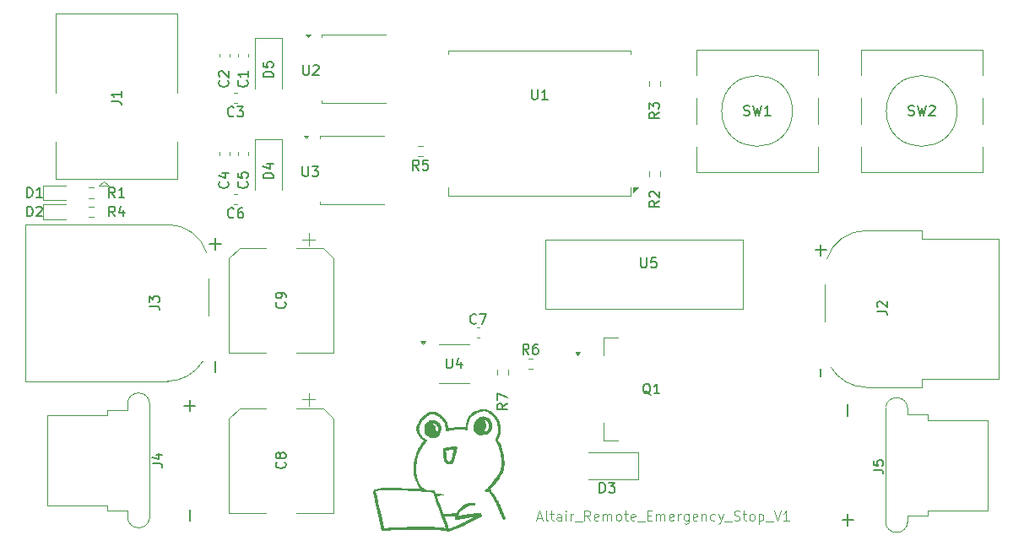
<source format=gbr>
%TF.GenerationSoftware,KiCad,Pcbnew,8.0.3*%
%TF.CreationDate,2024-08-31T13:36:08+09:00*%
%TF.ProjectId,Altair_Remote_Emergency_Stop_V1,416c7461-6972-45f5-9265-6d6f74655f45,rev?*%
%TF.SameCoordinates,Original*%
%TF.FileFunction,Legend,Top*%
%TF.FilePolarity,Positive*%
%FSLAX46Y46*%
G04 Gerber Fmt 4.6, Leading zero omitted, Abs format (unit mm)*
G04 Created by KiCad (PCBNEW 8.0.3) date 2024-08-31 13:36:08*
%MOMM*%
%LPD*%
G01*
G04 APERTURE LIST*
%ADD10C,0.100000*%
%ADD11C,0.150000*%
%ADD12C,0.000000*%
%ADD13C,0.120000*%
G04 APERTURE END LIST*
D10*
X152656265Y-131666704D02*
X153132455Y-131666704D01*
X152561027Y-131952419D02*
X152894360Y-130952419D01*
X152894360Y-130952419D02*
X153227693Y-131952419D01*
X153703884Y-131952419D02*
X153608646Y-131904800D01*
X153608646Y-131904800D02*
X153561027Y-131809561D01*
X153561027Y-131809561D02*
X153561027Y-130952419D01*
X153941980Y-131285752D02*
X154322932Y-131285752D01*
X154084837Y-130952419D02*
X154084837Y-131809561D01*
X154084837Y-131809561D02*
X154132456Y-131904800D01*
X154132456Y-131904800D02*
X154227694Y-131952419D01*
X154227694Y-131952419D02*
X154322932Y-131952419D01*
X155084837Y-131952419D02*
X155084837Y-131428609D01*
X155084837Y-131428609D02*
X155037218Y-131333371D01*
X155037218Y-131333371D02*
X154941980Y-131285752D01*
X154941980Y-131285752D02*
X154751504Y-131285752D01*
X154751504Y-131285752D02*
X154656266Y-131333371D01*
X155084837Y-131904800D02*
X154989599Y-131952419D01*
X154989599Y-131952419D02*
X154751504Y-131952419D01*
X154751504Y-131952419D02*
X154656266Y-131904800D01*
X154656266Y-131904800D02*
X154608647Y-131809561D01*
X154608647Y-131809561D02*
X154608647Y-131714323D01*
X154608647Y-131714323D02*
X154656266Y-131619085D01*
X154656266Y-131619085D02*
X154751504Y-131571466D01*
X154751504Y-131571466D02*
X154989599Y-131571466D01*
X154989599Y-131571466D02*
X155084837Y-131523847D01*
X155561028Y-131952419D02*
X155561028Y-131285752D01*
X155561028Y-130952419D02*
X155513409Y-131000038D01*
X155513409Y-131000038D02*
X155561028Y-131047657D01*
X155561028Y-131047657D02*
X155608647Y-131000038D01*
X155608647Y-131000038D02*
X155561028Y-130952419D01*
X155561028Y-130952419D02*
X155561028Y-131047657D01*
X156037218Y-131952419D02*
X156037218Y-131285752D01*
X156037218Y-131476228D02*
X156084837Y-131380990D01*
X156084837Y-131380990D02*
X156132456Y-131333371D01*
X156132456Y-131333371D02*
X156227694Y-131285752D01*
X156227694Y-131285752D02*
X156322932Y-131285752D01*
X156418171Y-132047657D02*
X157180075Y-132047657D01*
X157989599Y-131952419D02*
X157656266Y-131476228D01*
X157418171Y-131952419D02*
X157418171Y-130952419D01*
X157418171Y-130952419D02*
X157799123Y-130952419D01*
X157799123Y-130952419D02*
X157894361Y-131000038D01*
X157894361Y-131000038D02*
X157941980Y-131047657D01*
X157941980Y-131047657D02*
X157989599Y-131142895D01*
X157989599Y-131142895D02*
X157989599Y-131285752D01*
X157989599Y-131285752D02*
X157941980Y-131380990D01*
X157941980Y-131380990D02*
X157894361Y-131428609D01*
X157894361Y-131428609D02*
X157799123Y-131476228D01*
X157799123Y-131476228D02*
X157418171Y-131476228D01*
X158799123Y-131904800D02*
X158703885Y-131952419D01*
X158703885Y-131952419D02*
X158513409Y-131952419D01*
X158513409Y-131952419D02*
X158418171Y-131904800D01*
X158418171Y-131904800D02*
X158370552Y-131809561D01*
X158370552Y-131809561D02*
X158370552Y-131428609D01*
X158370552Y-131428609D02*
X158418171Y-131333371D01*
X158418171Y-131333371D02*
X158513409Y-131285752D01*
X158513409Y-131285752D02*
X158703885Y-131285752D01*
X158703885Y-131285752D02*
X158799123Y-131333371D01*
X158799123Y-131333371D02*
X158846742Y-131428609D01*
X158846742Y-131428609D02*
X158846742Y-131523847D01*
X158846742Y-131523847D02*
X158370552Y-131619085D01*
X159275314Y-131952419D02*
X159275314Y-131285752D01*
X159275314Y-131380990D02*
X159322933Y-131333371D01*
X159322933Y-131333371D02*
X159418171Y-131285752D01*
X159418171Y-131285752D02*
X159561028Y-131285752D01*
X159561028Y-131285752D02*
X159656266Y-131333371D01*
X159656266Y-131333371D02*
X159703885Y-131428609D01*
X159703885Y-131428609D02*
X159703885Y-131952419D01*
X159703885Y-131428609D02*
X159751504Y-131333371D01*
X159751504Y-131333371D02*
X159846742Y-131285752D01*
X159846742Y-131285752D02*
X159989599Y-131285752D01*
X159989599Y-131285752D02*
X160084838Y-131333371D01*
X160084838Y-131333371D02*
X160132457Y-131428609D01*
X160132457Y-131428609D02*
X160132457Y-131952419D01*
X160751504Y-131952419D02*
X160656266Y-131904800D01*
X160656266Y-131904800D02*
X160608647Y-131857180D01*
X160608647Y-131857180D02*
X160561028Y-131761942D01*
X160561028Y-131761942D02*
X160561028Y-131476228D01*
X160561028Y-131476228D02*
X160608647Y-131380990D01*
X160608647Y-131380990D02*
X160656266Y-131333371D01*
X160656266Y-131333371D02*
X160751504Y-131285752D01*
X160751504Y-131285752D02*
X160894361Y-131285752D01*
X160894361Y-131285752D02*
X160989599Y-131333371D01*
X160989599Y-131333371D02*
X161037218Y-131380990D01*
X161037218Y-131380990D02*
X161084837Y-131476228D01*
X161084837Y-131476228D02*
X161084837Y-131761942D01*
X161084837Y-131761942D02*
X161037218Y-131857180D01*
X161037218Y-131857180D02*
X160989599Y-131904800D01*
X160989599Y-131904800D02*
X160894361Y-131952419D01*
X160894361Y-131952419D02*
X160751504Y-131952419D01*
X161370552Y-131285752D02*
X161751504Y-131285752D01*
X161513409Y-130952419D02*
X161513409Y-131809561D01*
X161513409Y-131809561D02*
X161561028Y-131904800D01*
X161561028Y-131904800D02*
X161656266Y-131952419D01*
X161656266Y-131952419D02*
X161751504Y-131952419D01*
X162465790Y-131904800D02*
X162370552Y-131952419D01*
X162370552Y-131952419D02*
X162180076Y-131952419D01*
X162180076Y-131952419D02*
X162084838Y-131904800D01*
X162084838Y-131904800D02*
X162037219Y-131809561D01*
X162037219Y-131809561D02*
X162037219Y-131428609D01*
X162037219Y-131428609D02*
X162084838Y-131333371D01*
X162084838Y-131333371D02*
X162180076Y-131285752D01*
X162180076Y-131285752D02*
X162370552Y-131285752D01*
X162370552Y-131285752D02*
X162465790Y-131333371D01*
X162465790Y-131333371D02*
X162513409Y-131428609D01*
X162513409Y-131428609D02*
X162513409Y-131523847D01*
X162513409Y-131523847D02*
X162037219Y-131619085D01*
X162703886Y-132047657D02*
X163465790Y-132047657D01*
X163703886Y-131428609D02*
X164037219Y-131428609D01*
X164180076Y-131952419D02*
X163703886Y-131952419D01*
X163703886Y-131952419D02*
X163703886Y-130952419D01*
X163703886Y-130952419D02*
X164180076Y-130952419D01*
X164608648Y-131952419D02*
X164608648Y-131285752D01*
X164608648Y-131380990D02*
X164656267Y-131333371D01*
X164656267Y-131333371D02*
X164751505Y-131285752D01*
X164751505Y-131285752D02*
X164894362Y-131285752D01*
X164894362Y-131285752D02*
X164989600Y-131333371D01*
X164989600Y-131333371D02*
X165037219Y-131428609D01*
X165037219Y-131428609D02*
X165037219Y-131952419D01*
X165037219Y-131428609D02*
X165084838Y-131333371D01*
X165084838Y-131333371D02*
X165180076Y-131285752D01*
X165180076Y-131285752D02*
X165322933Y-131285752D01*
X165322933Y-131285752D02*
X165418172Y-131333371D01*
X165418172Y-131333371D02*
X165465791Y-131428609D01*
X165465791Y-131428609D02*
X165465791Y-131952419D01*
X166322933Y-131904800D02*
X166227695Y-131952419D01*
X166227695Y-131952419D02*
X166037219Y-131952419D01*
X166037219Y-131952419D02*
X165941981Y-131904800D01*
X165941981Y-131904800D02*
X165894362Y-131809561D01*
X165894362Y-131809561D02*
X165894362Y-131428609D01*
X165894362Y-131428609D02*
X165941981Y-131333371D01*
X165941981Y-131333371D02*
X166037219Y-131285752D01*
X166037219Y-131285752D02*
X166227695Y-131285752D01*
X166227695Y-131285752D02*
X166322933Y-131333371D01*
X166322933Y-131333371D02*
X166370552Y-131428609D01*
X166370552Y-131428609D02*
X166370552Y-131523847D01*
X166370552Y-131523847D02*
X165894362Y-131619085D01*
X166799124Y-131952419D02*
X166799124Y-131285752D01*
X166799124Y-131476228D02*
X166846743Y-131380990D01*
X166846743Y-131380990D02*
X166894362Y-131333371D01*
X166894362Y-131333371D02*
X166989600Y-131285752D01*
X166989600Y-131285752D02*
X167084838Y-131285752D01*
X167846743Y-131285752D02*
X167846743Y-132095276D01*
X167846743Y-132095276D02*
X167799124Y-132190514D01*
X167799124Y-132190514D02*
X167751505Y-132238133D01*
X167751505Y-132238133D02*
X167656267Y-132285752D01*
X167656267Y-132285752D02*
X167513410Y-132285752D01*
X167513410Y-132285752D02*
X167418172Y-132238133D01*
X167846743Y-131904800D02*
X167751505Y-131952419D01*
X167751505Y-131952419D02*
X167561029Y-131952419D01*
X167561029Y-131952419D02*
X167465791Y-131904800D01*
X167465791Y-131904800D02*
X167418172Y-131857180D01*
X167418172Y-131857180D02*
X167370553Y-131761942D01*
X167370553Y-131761942D02*
X167370553Y-131476228D01*
X167370553Y-131476228D02*
X167418172Y-131380990D01*
X167418172Y-131380990D02*
X167465791Y-131333371D01*
X167465791Y-131333371D02*
X167561029Y-131285752D01*
X167561029Y-131285752D02*
X167751505Y-131285752D01*
X167751505Y-131285752D02*
X167846743Y-131333371D01*
X168703886Y-131904800D02*
X168608648Y-131952419D01*
X168608648Y-131952419D02*
X168418172Y-131952419D01*
X168418172Y-131952419D02*
X168322934Y-131904800D01*
X168322934Y-131904800D02*
X168275315Y-131809561D01*
X168275315Y-131809561D02*
X168275315Y-131428609D01*
X168275315Y-131428609D02*
X168322934Y-131333371D01*
X168322934Y-131333371D02*
X168418172Y-131285752D01*
X168418172Y-131285752D02*
X168608648Y-131285752D01*
X168608648Y-131285752D02*
X168703886Y-131333371D01*
X168703886Y-131333371D02*
X168751505Y-131428609D01*
X168751505Y-131428609D02*
X168751505Y-131523847D01*
X168751505Y-131523847D02*
X168275315Y-131619085D01*
X169180077Y-131285752D02*
X169180077Y-131952419D01*
X169180077Y-131380990D02*
X169227696Y-131333371D01*
X169227696Y-131333371D02*
X169322934Y-131285752D01*
X169322934Y-131285752D02*
X169465791Y-131285752D01*
X169465791Y-131285752D02*
X169561029Y-131333371D01*
X169561029Y-131333371D02*
X169608648Y-131428609D01*
X169608648Y-131428609D02*
X169608648Y-131952419D01*
X170513410Y-131904800D02*
X170418172Y-131952419D01*
X170418172Y-131952419D02*
X170227696Y-131952419D01*
X170227696Y-131952419D02*
X170132458Y-131904800D01*
X170132458Y-131904800D02*
X170084839Y-131857180D01*
X170084839Y-131857180D02*
X170037220Y-131761942D01*
X170037220Y-131761942D02*
X170037220Y-131476228D01*
X170037220Y-131476228D02*
X170084839Y-131380990D01*
X170084839Y-131380990D02*
X170132458Y-131333371D01*
X170132458Y-131333371D02*
X170227696Y-131285752D01*
X170227696Y-131285752D02*
X170418172Y-131285752D01*
X170418172Y-131285752D02*
X170513410Y-131333371D01*
X170846744Y-131285752D02*
X171084839Y-131952419D01*
X171322934Y-131285752D02*
X171084839Y-131952419D01*
X171084839Y-131952419D02*
X170989601Y-132190514D01*
X170989601Y-132190514D02*
X170941982Y-132238133D01*
X170941982Y-132238133D02*
X170846744Y-132285752D01*
X171465792Y-132047657D02*
X172227696Y-132047657D01*
X172418173Y-131904800D02*
X172561030Y-131952419D01*
X172561030Y-131952419D02*
X172799125Y-131952419D01*
X172799125Y-131952419D02*
X172894363Y-131904800D01*
X172894363Y-131904800D02*
X172941982Y-131857180D01*
X172941982Y-131857180D02*
X172989601Y-131761942D01*
X172989601Y-131761942D02*
X172989601Y-131666704D01*
X172989601Y-131666704D02*
X172941982Y-131571466D01*
X172941982Y-131571466D02*
X172894363Y-131523847D01*
X172894363Y-131523847D02*
X172799125Y-131476228D01*
X172799125Y-131476228D02*
X172608649Y-131428609D01*
X172608649Y-131428609D02*
X172513411Y-131380990D01*
X172513411Y-131380990D02*
X172465792Y-131333371D01*
X172465792Y-131333371D02*
X172418173Y-131238133D01*
X172418173Y-131238133D02*
X172418173Y-131142895D01*
X172418173Y-131142895D02*
X172465792Y-131047657D01*
X172465792Y-131047657D02*
X172513411Y-131000038D01*
X172513411Y-131000038D02*
X172608649Y-130952419D01*
X172608649Y-130952419D02*
X172846744Y-130952419D01*
X172846744Y-130952419D02*
X172989601Y-131000038D01*
X173275316Y-131285752D02*
X173656268Y-131285752D01*
X173418173Y-130952419D02*
X173418173Y-131809561D01*
X173418173Y-131809561D02*
X173465792Y-131904800D01*
X173465792Y-131904800D02*
X173561030Y-131952419D01*
X173561030Y-131952419D02*
X173656268Y-131952419D01*
X174132459Y-131952419D02*
X174037221Y-131904800D01*
X174037221Y-131904800D02*
X173989602Y-131857180D01*
X173989602Y-131857180D02*
X173941983Y-131761942D01*
X173941983Y-131761942D02*
X173941983Y-131476228D01*
X173941983Y-131476228D02*
X173989602Y-131380990D01*
X173989602Y-131380990D02*
X174037221Y-131333371D01*
X174037221Y-131333371D02*
X174132459Y-131285752D01*
X174132459Y-131285752D02*
X174275316Y-131285752D01*
X174275316Y-131285752D02*
X174370554Y-131333371D01*
X174370554Y-131333371D02*
X174418173Y-131380990D01*
X174418173Y-131380990D02*
X174465792Y-131476228D01*
X174465792Y-131476228D02*
X174465792Y-131761942D01*
X174465792Y-131761942D02*
X174418173Y-131857180D01*
X174418173Y-131857180D02*
X174370554Y-131904800D01*
X174370554Y-131904800D02*
X174275316Y-131952419D01*
X174275316Y-131952419D02*
X174132459Y-131952419D01*
X174894364Y-131285752D02*
X174894364Y-132285752D01*
X174894364Y-131333371D02*
X174989602Y-131285752D01*
X174989602Y-131285752D02*
X175180078Y-131285752D01*
X175180078Y-131285752D02*
X175275316Y-131333371D01*
X175275316Y-131333371D02*
X175322935Y-131380990D01*
X175322935Y-131380990D02*
X175370554Y-131476228D01*
X175370554Y-131476228D02*
X175370554Y-131761942D01*
X175370554Y-131761942D02*
X175322935Y-131857180D01*
X175322935Y-131857180D02*
X175275316Y-131904800D01*
X175275316Y-131904800D02*
X175180078Y-131952419D01*
X175180078Y-131952419D02*
X174989602Y-131952419D01*
X174989602Y-131952419D02*
X174894364Y-131904800D01*
X175561031Y-132047657D02*
X176322935Y-132047657D01*
X176418174Y-130952419D02*
X176751507Y-131952419D01*
X176751507Y-131952419D02*
X177084840Y-130952419D01*
X177941983Y-131952419D02*
X177370555Y-131952419D01*
X177656269Y-131952419D02*
X177656269Y-130952419D01*
X177656269Y-130952419D02*
X177561031Y-131095276D01*
X177561031Y-131095276D02*
X177465793Y-131190514D01*
X177465793Y-131190514D02*
X177370555Y-131238133D01*
D11*
X164919819Y-90971666D02*
X164443628Y-91304999D01*
X164919819Y-91543094D02*
X163919819Y-91543094D01*
X163919819Y-91543094D02*
X163919819Y-91162142D01*
X163919819Y-91162142D02*
X163967438Y-91066904D01*
X163967438Y-91066904D02*
X164015057Y-91019285D01*
X164015057Y-91019285D02*
X164110295Y-90971666D01*
X164110295Y-90971666D02*
X164253152Y-90971666D01*
X164253152Y-90971666D02*
X164348390Y-91019285D01*
X164348390Y-91019285D02*
X164396009Y-91066904D01*
X164396009Y-91066904D02*
X164443628Y-91162142D01*
X164443628Y-91162142D02*
X164443628Y-91543094D01*
X163919819Y-90638332D02*
X163919819Y-90019285D01*
X163919819Y-90019285D02*
X164300771Y-90352618D01*
X164300771Y-90352618D02*
X164300771Y-90209761D01*
X164300771Y-90209761D02*
X164348390Y-90114523D01*
X164348390Y-90114523D02*
X164396009Y-90066904D01*
X164396009Y-90066904D02*
X164491247Y-90019285D01*
X164491247Y-90019285D02*
X164729342Y-90019285D01*
X164729342Y-90019285D02*
X164824580Y-90066904D01*
X164824580Y-90066904D02*
X164872200Y-90114523D01*
X164872200Y-90114523D02*
X164919819Y-90209761D01*
X164919819Y-90209761D02*
X164919819Y-90495475D01*
X164919819Y-90495475D02*
X164872200Y-90590713D01*
X164872200Y-90590713D02*
X164824580Y-90638332D01*
X127359580Y-110021666D02*
X127407200Y-110069285D01*
X127407200Y-110069285D02*
X127454819Y-110212142D01*
X127454819Y-110212142D02*
X127454819Y-110307380D01*
X127454819Y-110307380D02*
X127407200Y-110450237D01*
X127407200Y-110450237D02*
X127311961Y-110545475D01*
X127311961Y-110545475D02*
X127216723Y-110593094D01*
X127216723Y-110593094D02*
X127026247Y-110640713D01*
X127026247Y-110640713D02*
X126883390Y-110640713D01*
X126883390Y-110640713D02*
X126692914Y-110593094D01*
X126692914Y-110593094D02*
X126597676Y-110545475D01*
X126597676Y-110545475D02*
X126502438Y-110450237D01*
X126502438Y-110450237D02*
X126454819Y-110307380D01*
X126454819Y-110307380D02*
X126454819Y-110212142D01*
X126454819Y-110212142D02*
X126502438Y-110069285D01*
X126502438Y-110069285D02*
X126550057Y-110021666D01*
X127454819Y-109545475D02*
X127454819Y-109354999D01*
X127454819Y-109354999D02*
X127407200Y-109259761D01*
X127407200Y-109259761D02*
X127359580Y-109212142D01*
X127359580Y-109212142D02*
X127216723Y-109116904D01*
X127216723Y-109116904D02*
X127026247Y-109069285D01*
X127026247Y-109069285D02*
X126645295Y-109069285D01*
X126645295Y-109069285D02*
X126550057Y-109116904D01*
X126550057Y-109116904D02*
X126502438Y-109164523D01*
X126502438Y-109164523D02*
X126454819Y-109259761D01*
X126454819Y-109259761D02*
X126454819Y-109450237D01*
X126454819Y-109450237D02*
X126502438Y-109545475D01*
X126502438Y-109545475D02*
X126550057Y-109593094D01*
X126550057Y-109593094D02*
X126645295Y-109640713D01*
X126645295Y-109640713D02*
X126883390Y-109640713D01*
X126883390Y-109640713D02*
X126978628Y-109593094D01*
X126978628Y-109593094D02*
X127026247Y-109545475D01*
X127026247Y-109545475D02*
X127073866Y-109450237D01*
X127073866Y-109450237D02*
X127073866Y-109259761D01*
X127073866Y-109259761D02*
X127026247Y-109164523D01*
X127026247Y-109164523D02*
X126978628Y-109116904D01*
X126978628Y-109116904D02*
X126883390Y-109069285D01*
X151828333Y-115243793D02*
X151495000Y-114767602D01*
X151256905Y-115243793D02*
X151256905Y-114243793D01*
X151256905Y-114243793D02*
X151637857Y-114243793D01*
X151637857Y-114243793D02*
X151733095Y-114291412D01*
X151733095Y-114291412D02*
X151780714Y-114339031D01*
X151780714Y-114339031D02*
X151828333Y-114434269D01*
X151828333Y-114434269D02*
X151828333Y-114577126D01*
X151828333Y-114577126D02*
X151780714Y-114672364D01*
X151780714Y-114672364D02*
X151733095Y-114719983D01*
X151733095Y-114719983D02*
X151637857Y-114767602D01*
X151637857Y-114767602D02*
X151256905Y-114767602D01*
X152685476Y-114243793D02*
X152495000Y-114243793D01*
X152495000Y-114243793D02*
X152399762Y-114291412D01*
X152399762Y-114291412D02*
X152352143Y-114339031D01*
X152352143Y-114339031D02*
X152256905Y-114481888D01*
X152256905Y-114481888D02*
X152209286Y-114672364D01*
X152209286Y-114672364D02*
X152209286Y-115053316D01*
X152209286Y-115053316D02*
X152256905Y-115148554D01*
X152256905Y-115148554D02*
X152304524Y-115196174D01*
X152304524Y-115196174D02*
X152399762Y-115243793D01*
X152399762Y-115243793D02*
X152590238Y-115243793D01*
X152590238Y-115243793D02*
X152685476Y-115196174D01*
X152685476Y-115196174D02*
X152733095Y-115148554D01*
X152733095Y-115148554D02*
X152780714Y-115053316D01*
X152780714Y-115053316D02*
X152780714Y-114815221D01*
X152780714Y-114815221D02*
X152733095Y-114719983D01*
X152733095Y-114719983D02*
X152685476Y-114672364D01*
X152685476Y-114672364D02*
X152590238Y-114624745D01*
X152590238Y-114624745D02*
X152399762Y-114624745D01*
X152399762Y-114624745D02*
X152304524Y-114672364D01*
X152304524Y-114672364D02*
X152256905Y-114719983D01*
X152256905Y-114719983D02*
X152209286Y-114815221D01*
X109944819Y-89868333D02*
X110659104Y-89868333D01*
X110659104Y-89868333D02*
X110801961Y-89915952D01*
X110801961Y-89915952D02*
X110897200Y-90011190D01*
X110897200Y-90011190D02*
X110944819Y-90154047D01*
X110944819Y-90154047D02*
X110944819Y-90249285D01*
X110944819Y-88868333D02*
X110944819Y-89439761D01*
X110944819Y-89154047D02*
X109944819Y-89154047D01*
X109944819Y-89154047D02*
X110087676Y-89249285D01*
X110087676Y-89249285D02*
X110182914Y-89344523D01*
X110182914Y-89344523D02*
X110230533Y-89439761D01*
X126184819Y-97598094D02*
X125184819Y-97598094D01*
X125184819Y-97598094D02*
X125184819Y-97359999D01*
X125184819Y-97359999D02*
X125232438Y-97217142D01*
X125232438Y-97217142D02*
X125327676Y-97121904D01*
X125327676Y-97121904D02*
X125422914Y-97074285D01*
X125422914Y-97074285D02*
X125613390Y-97026666D01*
X125613390Y-97026666D02*
X125756247Y-97026666D01*
X125756247Y-97026666D02*
X125946723Y-97074285D01*
X125946723Y-97074285D02*
X126041961Y-97121904D01*
X126041961Y-97121904D02*
X126137200Y-97217142D01*
X126137200Y-97217142D02*
X126184819Y-97359999D01*
X126184819Y-97359999D02*
X126184819Y-97598094D01*
X125518152Y-96169523D02*
X126184819Y-96169523D01*
X125137200Y-96407618D02*
X125851485Y-96645713D01*
X125851485Y-96645713D02*
X125851485Y-96026666D01*
X140803333Y-96775204D02*
X140470000Y-96299013D01*
X140231905Y-96775204D02*
X140231905Y-95775204D01*
X140231905Y-95775204D02*
X140612857Y-95775204D01*
X140612857Y-95775204D02*
X140708095Y-95822823D01*
X140708095Y-95822823D02*
X140755714Y-95870442D01*
X140755714Y-95870442D02*
X140803333Y-95965680D01*
X140803333Y-95965680D02*
X140803333Y-96108537D01*
X140803333Y-96108537D02*
X140755714Y-96203775D01*
X140755714Y-96203775D02*
X140708095Y-96251394D01*
X140708095Y-96251394D02*
X140612857Y-96299013D01*
X140612857Y-96299013D02*
X140231905Y-96299013D01*
X141708095Y-95775204D02*
X141231905Y-95775204D01*
X141231905Y-95775204D02*
X141184286Y-96251394D01*
X141184286Y-96251394D02*
X141231905Y-96203775D01*
X141231905Y-96203775D02*
X141327143Y-96156156D01*
X141327143Y-96156156D02*
X141565238Y-96156156D01*
X141565238Y-96156156D02*
X141660476Y-96203775D01*
X141660476Y-96203775D02*
X141708095Y-96251394D01*
X141708095Y-96251394D02*
X141755714Y-96346632D01*
X141755714Y-96346632D02*
X141755714Y-96584727D01*
X141755714Y-96584727D02*
X141708095Y-96679965D01*
X141708095Y-96679965D02*
X141660476Y-96727585D01*
X141660476Y-96727585D02*
X141565238Y-96775204D01*
X141565238Y-96775204D02*
X141327143Y-96775204D01*
X141327143Y-96775204D02*
X141231905Y-96727585D01*
X141231905Y-96727585D02*
X141184286Y-96679965D01*
X121644580Y-97956666D02*
X121692200Y-98004285D01*
X121692200Y-98004285D02*
X121739819Y-98147142D01*
X121739819Y-98147142D02*
X121739819Y-98242380D01*
X121739819Y-98242380D02*
X121692200Y-98385237D01*
X121692200Y-98385237D02*
X121596961Y-98480475D01*
X121596961Y-98480475D02*
X121501723Y-98528094D01*
X121501723Y-98528094D02*
X121311247Y-98575713D01*
X121311247Y-98575713D02*
X121168390Y-98575713D01*
X121168390Y-98575713D02*
X120977914Y-98528094D01*
X120977914Y-98528094D02*
X120882676Y-98480475D01*
X120882676Y-98480475D02*
X120787438Y-98385237D01*
X120787438Y-98385237D02*
X120739819Y-98242380D01*
X120739819Y-98242380D02*
X120739819Y-98147142D01*
X120739819Y-98147142D02*
X120787438Y-98004285D01*
X120787438Y-98004285D02*
X120835057Y-97956666D01*
X121073152Y-97099523D02*
X121739819Y-97099523D01*
X120692200Y-97337618D02*
X121406485Y-97575713D01*
X121406485Y-97575713D02*
X121406485Y-96956666D01*
X186739093Y-110935350D02*
X187453378Y-110935350D01*
X187453378Y-110935350D02*
X187596235Y-110982969D01*
X187596235Y-110982969D02*
X187691474Y-111078207D01*
X187691474Y-111078207D02*
X187739093Y-111221064D01*
X187739093Y-111221064D02*
X187739093Y-111316302D01*
X186834331Y-110506778D02*
X186786712Y-110459159D01*
X186786712Y-110459159D02*
X186739093Y-110363921D01*
X186739093Y-110363921D02*
X186739093Y-110125826D01*
X186739093Y-110125826D02*
X186786712Y-110030588D01*
X186786712Y-110030588D02*
X186834331Y-109982969D01*
X186834331Y-109982969D02*
X186929569Y-109935350D01*
X186929569Y-109935350D02*
X187024807Y-109935350D01*
X187024807Y-109935350D02*
X187167664Y-109982969D01*
X187167664Y-109982969D02*
X187739093Y-110554397D01*
X187739093Y-110554397D02*
X187739093Y-109935350D01*
X181129700Y-105371428D02*
X181129700Y-104228571D01*
X181701128Y-104799999D02*
X180558271Y-104799999D01*
X181088866Y-117480951D02*
X181088866Y-116719047D01*
X158941905Y-129134819D02*
X158941905Y-128134819D01*
X158941905Y-128134819D02*
X159180000Y-128134819D01*
X159180000Y-128134819D02*
X159322857Y-128182438D01*
X159322857Y-128182438D02*
X159418095Y-128277676D01*
X159418095Y-128277676D02*
X159465714Y-128372914D01*
X159465714Y-128372914D02*
X159513333Y-128563390D01*
X159513333Y-128563390D02*
X159513333Y-128706247D01*
X159513333Y-128706247D02*
X159465714Y-128896723D01*
X159465714Y-128896723D02*
X159418095Y-128991961D01*
X159418095Y-128991961D02*
X159322857Y-129087200D01*
X159322857Y-129087200D02*
X159180000Y-129134819D01*
X159180000Y-129134819D02*
X158941905Y-129134819D01*
X159846667Y-128134819D02*
X160465714Y-128134819D01*
X160465714Y-128134819D02*
X160132381Y-128515771D01*
X160132381Y-128515771D02*
X160275238Y-128515771D01*
X160275238Y-128515771D02*
X160370476Y-128563390D01*
X160370476Y-128563390D02*
X160418095Y-128611009D01*
X160418095Y-128611009D02*
X160465714Y-128706247D01*
X160465714Y-128706247D02*
X160465714Y-128944342D01*
X160465714Y-128944342D02*
X160418095Y-129039580D01*
X160418095Y-129039580D02*
X160370476Y-129087200D01*
X160370476Y-129087200D02*
X160275238Y-129134819D01*
X160275238Y-129134819D02*
X159989524Y-129134819D01*
X159989524Y-129134819D02*
X159894286Y-129087200D01*
X159894286Y-129087200D02*
X159846667Y-129039580D01*
X114085623Y-126228522D02*
X114799908Y-126228522D01*
X114799908Y-126228522D02*
X114942765Y-126276141D01*
X114942765Y-126276141D02*
X115038004Y-126371379D01*
X115038004Y-126371379D02*
X115085623Y-126514236D01*
X115085623Y-126514236D02*
X115085623Y-126609474D01*
X114418956Y-125323760D02*
X115085623Y-125323760D01*
X114038004Y-125561855D02*
X114752289Y-125799950D01*
X114752289Y-125799950D02*
X114752289Y-125180903D01*
X117809700Y-120971428D02*
X117809700Y-119828571D01*
X118381128Y-120399999D02*
X117238271Y-120399999D01*
X117809700Y-131971428D02*
X117809700Y-130828571D01*
X173391667Y-91252200D02*
X173534524Y-91299819D01*
X173534524Y-91299819D02*
X173772619Y-91299819D01*
X173772619Y-91299819D02*
X173867857Y-91252200D01*
X173867857Y-91252200D02*
X173915476Y-91204580D01*
X173915476Y-91204580D02*
X173963095Y-91109342D01*
X173963095Y-91109342D02*
X173963095Y-91014104D01*
X173963095Y-91014104D02*
X173915476Y-90918866D01*
X173915476Y-90918866D02*
X173867857Y-90871247D01*
X173867857Y-90871247D02*
X173772619Y-90823628D01*
X173772619Y-90823628D02*
X173582143Y-90776009D01*
X173582143Y-90776009D02*
X173486905Y-90728390D01*
X173486905Y-90728390D02*
X173439286Y-90680771D01*
X173439286Y-90680771D02*
X173391667Y-90585533D01*
X173391667Y-90585533D02*
X173391667Y-90490295D01*
X173391667Y-90490295D02*
X173439286Y-90395057D01*
X173439286Y-90395057D02*
X173486905Y-90347438D01*
X173486905Y-90347438D02*
X173582143Y-90299819D01*
X173582143Y-90299819D02*
X173820238Y-90299819D01*
X173820238Y-90299819D02*
X173963095Y-90347438D01*
X174296429Y-90299819D02*
X174534524Y-91299819D01*
X174534524Y-91299819D02*
X174725000Y-90585533D01*
X174725000Y-90585533D02*
X174915476Y-91299819D01*
X174915476Y-91299819D02*
X175153572Y-90299819D01*
X176058333Y-91299819D02*
X175486905Y-91299819D01*
X175772619Y-91299819D02*
X175772619Y-90299819D01*
X175772619Y-90299819D02*
X175677381Y-90442676D01*
X175677381Y-90442676D02*
X175582143Y-90537914D01*
X175582143Y-90537914D02*
X175486905Y-90585533D01*
X101496905Y-99514819D02*
X101496905Y-98514819D01*
X101496905Y-98514819D02*
X101735000Y-98514819D01*
X101735000Y-98514819D02*
X101877857Y-98562438D01*
X101877857Y-98562438D02*
X101973095Y-98657676D01*
X101973095Y-98657676D02*
X102020714Y-98752914D01*
X102020714Y-98752914D02*
X102068333Y-98943390D01*
X102068333Y-98943390D02*
X102068333Y-99086247D01*
X102068333Y-99086247D02*
X102020714Y-99276723D01*
X102020714Y-99276723D02*
X101973095Y-99371961D01*
X101973095Y-99371961D02*
X101877857Y-99467200D01*
X101877857Y-99467200D02*
X101735000Y-99514819D01*
X101735000Y-99514819D02*
X101496905Y-99514819D01*
X103020714Y-99514819D02*
X102449286Y-99514819D01*
X102735000Y-99514819D02*
X102735000Y-98514819D01*
X102735000Y-98514819D02*
X102639762Y-98657676D01*
X102639762Y-98657676D02*
X102544524Y-98752914D01*
X102544524Y-98752914D02*
X102449286Y-98800533D01*
X122248333Y-91324580D02*
X122200714Y-91372200D01*
X122200714Y-91372200D02*
X122057857Y-91419819D01*
X122057857Y-91419819D02*
X121962619Y-91419819D01*
X121962619Y-91419819D02*
X121819762Y-91372200D01*
X121819762Y-91372200D02*
X121724524Y-91276961D01*
X121724524Y-91276961D02*
X121676905Y-91181723D01*
X121676905Y-91181723D02*
X121629286Y-90991247D01*
X121629286Y-90991247D02*
X121629286Y-90848390D01*
X121629286Y-90848390D02*
X121676905Y-90657914D01*
X121676905Y-90657914D02*
X121724524Y-90562676D01*
X121724524Y-90562676D02*
X121819762Y-90467438D01*
X121819762Y-90467438D02*
X121962619Y-90419819D01*
X121962619Y-90419819D02*
X122057857Y-90419819D01*
X122057857Y-90419819D02*
X122200714Y-90467438D01*
X122200714Y-90467438D02*
X122248333Y-90515057D01*
X122581667Y-90419819D02*
X123200714Y-90419819D01*
X123200714Y-90419819D02*
X122867381Y-90800771D01*
X122867381Y-90800771D02*
X123010238Y-90800771D01*
X123010238Y-90800771D02*
X123105476Y-90848390D01*
X123105476Y-90848390D02*
X123153095Y-90896009D01*
X123153095Y-90896009D02*
X123200714Y-90991247D01*
X123200714Y-90991247D02*
X123200714Y-91229342D01*
X123200714Y-91229342D02*
X123153095Y-91324580D01*
X123153095Y-91324580D02*
X123105476Y-91372200D01*
X123105476Y-91372200D02*
X123010238Y-91419819D01*
X123010238Y-91419819D02*
X122724524Y-91419819D01*
X122724524Y-91419819D02*
X122629286Y-91372200D01*
X122629286Y-91372200D02*
X122581667Y-91324580D01*
X186386230Y-126861566D02*
X187100515Y-126861566D01*
X187100515Y-126861566D02*
X187243372Y-126909185D01*
X187243372Y-126909185D02*
X187338611Y-127004423D01*
X187338611Y-127004423D02*
X187386230Y-127147280D01*
X187386230Y-127147280D02*
X187386230Y-127242518D01*
X186386230Y-125909185D02*
X186386230Y-126385375D01*
X186386230Y-126385375D02*
X186862420Y-126432994D01*
X186862420Y-126432994D02*
X186814801Y-126385375D01*
X186814801Y-126385375D02*
X186767182Y-126290137D01*
X186767182Y-126290137D02*
X186767182Y-126052042D01*
X186767182Y-126052042D02*
X186814801Y-125956804D01*
X186814801Y-125956804D02*
X186862420Y-125909185D01*
X186862420Y-125909185D02*
X186957658Y-125861566D01*
X186957658Y-125861566D02*
X187195753Y-125861566D01*
X187195753Y-125861566D02*
X187290991Y-125909185D01*
X187290991Y-125909185D02*
X187338611Y-125956804D01*
X187338611Y-125956804D02*
X187386230Y-126052042D01*
X187386230Y-126052042D02*
X187386230Y-126290137D01*
X187386230Y-126290137D02*
X187338611Y-126385375D01*
X187338611Y-126385375D02*
X187290991Y-126432994D01*
X183829700Y-121436428D02*
X183829700Y-120293571D01*
X183829700Y-132436428D02*
X183829700Y-131293571D01*
X184401128Y-131864999D02*
X183258271Y-131864999D01*
X122248333Y-101484580D02*
X122200714Y-101532200D01*
X122200714Y-101532200D02*
X122057857Y-101579819D01*
X122057857Y-101579819D02*
X121962619Y-101579819D01*
X121962619Y-101579819D02*
X121819762Y-101532200D01*
X121819762Y-101532200D02*
X121724524Y-101436961D01*
X121724524Y-101436961D02*
X121676905Y-101341723D01*
X121676905Y-101341723D02*
X121629286Y-101151247D01*
X121629286Y-101151247D02*
X121629286Y-101008390D01*
X121629286Y-101008390D02*
X121676905Y-100817914D01*
X121676905Y-100817914D02*
X121724524Y-100722676D01*
X121724524Y-100722676D02*
X121819762Y-100627438D01*
X121819762Y-100627438D02*
X121962619Y-100579819D01*
X121962619Y-100579819D02*
X122057857Y-100579819D01*
X122057857Y-100579819D02*
X122200714Y-100627438D01*
X122200714Y-100627438D02*
X122248333Y-100675057D01*
X123105476Y-100579819D02*
X122915000Y-100579819D01*
X122915000Y-100579819D02*
X122819762Y-100627438D01*
X122819762Y-100627438D02*
X122772143Y-100675057D01*
X122772143Y-100675057D02*
X122676905Y-100817914D01*
X122676905Y-100817914D02*
X122629286Y-101008390D01*
X122629286Y-101008390D02*
X122629286Y-101389342D01*
X122629286Y-101389342D02*
X122676905Y-101484580D01*
X122676905Y-101484580D02*
X122724524Y-101532200D01*
X122724524Y-101532200D02*
X122819762Y-101579819D01*
X122819762Y-101579819D02*
X123010238Y-101579819D01*
X123010238Y-101579819D02*
X123105476Y-101532200D01*
X123105476Y-101532200D02*
X123153095Y-101484580D01*
X123153095Y-101484580D02*
X123200714Y-101389342D01*
X123200714Y-101389342D02*
X123200714Y-101151247D01*
X123200714Y-101151247D02*
X123153095Y-101056009D01*
X123153095Y-101056009D02*
X123105476Y-101008390D01*
X123105476Y-101008390D02*
X123010238Y-100960771D01*
X123010238Y-100960771D02*
X122819762Y-100960771D01*
X122819762Y-100960771D02*
X122724524Y-101008390D01*
X122724524Y-101008390D02*
X122676905Y-101056009D01*
X122676905Y-101056009D02*
X122629286Y-101151247D01*
X110323333Y-99514819D02*
X109990000Y-99038628D01*
X109751905Y-99514819D02*
X109751905Y-98514819D01*
X109751905Y-98514819D02*
X110132857Y-98514819D01*
X110132857Y-98514819D02*
X110228095Y-98562438D01*
X110228095Y-98562438D02*
X110275714Y-98610057D01*
X110275714Y-98610057D02*
X110323333Y-98705295D01*
X110323333Y-98705295D02*
X110323333Y-98848152D01*
X110323333Y-98848152D02*
X110275714Y-98943390D01*
X110275714Y-98943390D02*
X110228095Y-98991009D01*
X110228095Y-98991009D02*
X110132857Y-99038628D01*
X110132857Y-99038628D02*
X109751905Y-99038628D01*
X111275714Y-99514819D02*
X110704286Y-99514819D01*
X110990000Y-99514819D02*
X110990000Y-98514819D01*
X110990000Y-98514819D02*
X110894762Y-98657676D01*
X110894762Y-98657676D02*
X110799524Y-98752914D01*
X110799524Y-98752914D02*
X110704286Y-98800533D01*
X146563333Y-112119580D02*
X146515714Y-112167200D01*
X146515714Y-112167200D02*
X146372857Y-112214819D01*
X146372857Y-112214819D02*
X146277619Y-112214819D01*
X146277619Y-112214819D02*
X146134762Y-112167200D01*
X146134762Y-112167200D02*
X146039524Y-112071961D01*
X146039524Y-112071961D02*
X145991905Y-111976723D01*
X145991905Y-111976723D02*
X145944286Y-111786247D01*
X145944286Y-111786247D02*
X145944286Y-111643390D01*
X145944286Y-111643390D02*
X145991905Y-111452914D01*
X145991905Y-111452914D02*
X146039524Y-111357676D01*
X146039524Y-111357676D02*
X146134762Y-111262438D01*
X146134762Y-111262438D02*
X146277619Y-111214819D01*
X146277619Y-111214819D02*
X146372857Y-111214819D01*
X146372857Y-111214819D02*
X146515714Y-111262438D01*
X146515714Y-111262438D02*
X146563333Y-111310057D01*
X146896667Y-111214819D02*
X147563333Y-111214819D01*
X147563333Y-111214819D02*
X147134762Y-112214819D01*
X164919819Y-99861666D02*
X164443628Y-100194999D01*
X164919819Y-100433094D02*
X163919819Y-100433094D01*
X163919819Y-100433094D02*
X163919819Y-100052142D01*
X163919819Y-100052142D02*
X163967438Y-99956904D01*
X163967438Y-99956904D02*
X164015057Y-99909285D01*
X164015057Y-99909285D02*
X164110295Y-99861666D01*
X164110295Y-99861666D02*
X164253152Y-99861666D01*
X164253152Y-99861666D02*
X164348390Y-99909285D01*
X164348390Y-99909285D02*
X164396009Y-99956904D01*
X164396009Y-99956904D02*
X164443628Y-100052142D01*
X164443628Y-100052142D02*
X164443628Y-100433094D01*
X164015057Y-99480713D02*
X163967438Y-99433094D01*
X163967438Y-99433094D02*
X163919819Y-99337856D01*
X163919819Y-99337856D02*
X163919819Y-99099761D01*
X163919819Y-99099761D02*
X163967438Y-99004523D01*
X163967438Y-99004523D02*
X164015057Y-98956904D01*
X164015057Y-98956904D02*
X164110295Y-98909285D01*
X164110295Y-98909285D02*
X164205533Y-98909285D01*
X164205533Y-98909285D02*
X164348390Y-98956904D01*
X164348390Y-98956904D02*
X164919819Y-99528332D01*
X164919819Y-99528332D02*
X164919819Y-98909285D01*
X127359580Y-126086666D02*
X127407200Y-126134285D01*
X127407200Y-126134285D02*
X127454819Y-126277142D01*
X127454819Y-126277142D02*
X127454819Y-126372380D01*
X127454819Y-126372380D02*
X127407200Y-126515237D01*
X127407200Y-126515237D02*
X127311961Y-126610475D01*
X127311961Y-126610475D02*
X127216723Y-126658094D01*
X127216723Y-126658094D02*
X127026247Y-126705713D01*
X127026247Y-126705713D02*
X126883390Y-126705713D01*
X126883390Y-126705713D02*
X126692914Y-126658094D01*
X126692914Y-126658094D02*
X126597676Y-126610475D01*
X126597676Y-126610475D02*
X126502438Y-126515237D01*
X126502438Y-126515237D02*
X126454819Y-126372380D01*
X126454819Y-126372380D02*
X126454819Y-126277142D01*
X126454819Y-126277142D02*
X126502438Y-126134285D01*
X126502438Y-126134285D02*
X126550057Y-126086666D01*
X126883390Y-125515237D02*
X126835771Y-125610475D01*
X126835771Y-125610475D02*
X126788152Y-125658094D01*
X126788152Y-125658094D02*
X126692914Y-125705713D01*
X126692914Y-125705713D02*
X126645295Y-125705713D01*
X126645295Y-125705713D02*
X126550057Y-125658094D01*
X126550057Y-125658094D02*
X126502438Y-125610475D01*
X126502438Y-125610475D02*
X126454819Y-125515237D01*
X126454819Y-125515237D02*
X126454819Y-125324761D01*
X126454819Y-125324761D02*
X126502438Y-125229523D01*
X126502438Y-125229523D02*
X126550057Y-125181904D01*
X126550057Y-125181904D02*
X126645295Y-125134285D01*
X126645295Y-125134285D02*
X126692914Y-125134285D01*
X126692914Y-125134285D02*
X126788152Y-125181904D01*
X126788152Y-125181904D02*
X126835771Y-125229523D01*
X126835771Y-125229523D02*
X126883390Y-125324761D01*
X126883390Y-125324761D02*
X126883390Y-125515237D01*
X126883390Y-125515237D02*
X126931009Y-125610475D01*
X126931009Y-125610475D02*
X126978628Y-125658094D01*
X126978628Y-125658094D02*
X127073866Y-125705713D01*
X127073866Y-125705713D02*
X127264342Y-125705713D01*
X127264342Y-125705713D02*
X127359580Y-125658094D01*
X127359580Y-125658094D02*
X127407200Y-125610475D01*
X127407200Y-125610475D02*
X127454819Y-125515237D01*
X127454819Y-125515237D02*
X127454819Y-125324761D01*
X127454819Y-125324761D02*
X127407200Y-125229523D01*
X127407200Y-125229523D02*
X127359580Y-125181904D01*
X127359580Y-125181904D02*
X127264342Y-125134285D01*
X127264342Y-125134285D02*
X127073866Y-125134285D01*
X127073866Y-125134285D02*
X126978628Y-125181904D01*
X126978628Y-125181904D02*
X126931009Y-125229523D01*
X126931009Y-125229523D02*
X126883390Y-125324761D01*
X113754819Y-110423333D02*
X114469104Y-110423333D01*
X114469104Y-110423333D02*
X114611961Y-110470952D01*
X114611961Y-110470952D02*
X114707200Y-110566190D01*
X114707200Y-110566190D02*
X114754819Y-110709047D01*
X114754819Y-110709047D02*
X114754819Y-110804285D01*
X113754819Y-110042380D02*
X113754819Y-109423333D01*
X113754819Y-109423333D02*
X114135771Y-109756666D01*
X114135771Y-109756666D02*
X114135771Y-109613809D01*
X114135771Y-109613809D02*
X114183390Y-109518571D01*
X114183390Y-109518571D02*
X114231009Y-109470952D01*
X114231009Y-109470952D02*
X114326247Y-109423333D01*
X114326247Y-109423333D02*
X114564342Y-109423333D01*
X114564342Y-109423333D02*
X114659580Y-109470952D01*
X114659580Y-109470952D02*
X114707200Y-109518571D01*
X114707200Y-109518571D02*
X114754819Y-109613809D01*
X114754819Y-109613809D02*
X114754819Y-109899523D01*
X114754819Y-109899523D02*
X114707200Y-109994761D01*
X114707200Y-109994761D02*
X114659580Y-110042380D01*
X120374700Y-104761428D02*
X120374700Y-103618571D01*
X120946128Y-104189999D02*
X119803271Y-104189999D01*
X120374700Y-117061428D02*
X120374700Y-115918571D01*
X163068095Y-105564819D02*
X163068095Y-106374342D01*
X163068095Y-106374342D02*
X163115714Y-106469580D01*
X163115714Y-106469580D02*
X163163333Y-106517200D01*
X163163333Y-106517200D02*
X163258571Y-106564819D01*
X163258571Y-106564819D02*
X163449047Y-106564819D01*
X163449047Y-106564819D02*
X163544285Y-106517200D01*
X163544285Y-106517200D02*
X163591904Y-106469580D01*
X163591904Y-106469580D02*
X163639523Y-106374342D01*
X163639523Y-106374342D02*
X163639523Y-105564819D01*
X164591904Y-105564819D02*
X164115714Y-105564819D01*
X164115714Y-105564819D02*
X164068095Y-106041009D01*
X164068095Y-106041009D02*
X164115714Y-105993390D01*
X164115714Y-105993390D02*
X164210952Y-105945771D01*
X164210952Y-105945771D02*
X164449047Y-105945771D01*
X164449047Y-105945771D02*
X164544285Y-105993390D01*
X164544285Y-105993390D02*
X164591904Y-106041009D01*
X164591904Y-106041009D02*
X164639523Y-106136247D01*
X164639523Y-106136247D02*
X164639523Y-106374342D01*
X164639523Y-106374342D02*
X164591904Y-106469580D01*
X164591904Y-106469580D02*
X164544285Y-106517200D01*
X164544285Y-106517200D02*
X164449047Y-106564819D01*
X164449047Y-106564819D02*
X164210952Y-106564819D01*
X164210952Y-106564819D02*
X164115714Y-106517200D01*
X164115714Y-106517200D02*
X164068095Y-106469580D01*
X129142693Y-96410410D02*
X129142693Y-97219933D01*
X129142693Y-97219933D02*
X129190312Y-97315171D01*
X129190312Y-97315171D02*
X129237931Y-97362791D01*
X129237931Y-97362791D02*
X129333169Y-97410410D01*
X129333169Y-97410410D02*
X129523645Y-97410410D01*
X129523645Y-97410410D02*
X129618883Y-97362791D01*
X129618883Y-97362791D02*
X129666502Y-97315171D01*
X129666502Y-97315171D02*
X129714121Y-97219933D01*
X129714121Y-97219933D02*
X129714121Y-96410410D01*
X130095074Y-96410410D02*
X130714121Y-96410410D01*
X130714121Y-96410410D02*
X130380788Y-96791362D01*
X130380788Y-96791362D02*
X130523645Y-96791362D01*
X130523645Y-96791362D02*
X130618883Y-96838981D01*
X130618883Y-96838981D02*
X130666502Y-96886600D01*
X130666502Y-96886600D02*
X130714121Y-96981838D01*
X130714121Y-96981838D02*
X130714121Y-97219933D01*
X130714121Y-97219933D02*
X130666502Y-97315171D01*
X130666502Y-97315171D02*
X130618883Y-97362791D01*
X130618883Y-97362791D02*
X130523645Y-97410410D01*
X130523645Y-97410410D02*
X130237931Y-97410410D01*
X130237931Y-97410410D02*
X130142693Y-97362791D01*
X130142693Y-97362791D02*
X130095074Y-97315171D01*
X149679819Y-120181666D02*
X149203628Y-120514999D01*
X149679819Y-120753094D02*
X148679819Y-120753094D01*
X148679819Y-120753094D02*
X148679819Y-120372142D01*
X148679819Y-120372142D02*
X148727438Y-120276904D01*
X148727438Y-120276904D02*
X148775057Y-120229285D01*
X148775057Y-120229285D02*
X148870295Y-120181666D01*
X148870295Y-120181666D02*
X149013152Y-120181666D01*
X149013152Y-120181666D02*
X149108390Y-120229285D01*
X149108390Y-120229285D02*
X149156009Y-120276904D01*
X149156009Y-120276904D02*
X149203628Y-120372142D01*
X149203628Y-120372142D02*
X149203628Y-120753094D01*
X148679819Y-119848332D02*
X148679819Y-119181666D01*
X148679819Y-119181666D02*
X149679819Y-119610237D01*
X123549580Y-87796666D02*
X123597200Y-87844285D01*
X123597200Y-87844285D02*
X123644819Y-87987142D01*
X123644819Y-87987142D02*
X123644819Y-88082380D01*
X123644819Y-88082380D02*
X123597200Y-88225237D01*
X123597200Y-88225237D02*
X123501961Y-88320475D01*
X123501961Y-88320475D02*
X123406723Y-88368094D01*
X123406723Y-88368094D02*
X123216247Y-88415713D01*
X123216247Y-88415713D02*
X123073390Y-88415713D01*
X123073390Y-88415713D02*
X122882914Y-88368094D01*
X122882914Y-88368094D02*
X122787676Y-88320475D01*
X122787676Y-88320475D02*
X122692438Y-88225237D01*
X122692438Y-88225237D02*
X122644819Y-88082380D01*
X122644819Y-88082380D02*
X122644819Y-87987142D01*
X122644819Y-87987142D02*
X122692438Y-87844285D01*
X122692438Y-87844285D02*
X122740057Y-87796666D01*
X123644819Y-86844285D02*
X123644819Y-87415713D01*
X123644819Y-87129999D02*
X122644819Y-87129999D01*
X122644819Y-87129999D02*
X122787676Y-87225237D01*
X122787676Y-87225237D02*
X122882914Y-87320475D01*
X122882914Y-87320475D02*
X122930533Y-87415713D01*
X152133095Y-88694819D02*
X152133095Y-89504342D01*
X152133095Y-89504342D02*
X152180714Y-89599580D01*
X152180714Y-89599580D02*
X152228333Y-89647200D01*
X152228333Y-89647200D02*
X152323571Y-89694819D01*
X152323571Y-89694819D02*
X152514047Y-89694819D01*
X152514047Y-89694819D02*
X152609285Y-89647200D01*
X152609285Y-89647200D02*
X152656904Y-89599580D01*
X152656904Y-89599580D02*
X152704523Y-89504342D01*
X152704523Y-89504342D02*
X152704523Y-88694819D01*
X153704523Y-89694819D02*
X153133095Y-89694819D01*
X153418809Y-89694819D02*
X153418809Y-88694819D01*
X153418809Y-88694819D02*
X153323571Y-88837676D01*
X153323571Y-88837676D02*
X153228333Y-88932914D01*
X153228333Y-88932914D02*
X153133095Y-88980533D01*
X101496905Y-101419819D02*
X101496905Y-100419819D01*
X101496905Y-100419819D02*
X101735000Y-100419819D01*
X101735000Y-100419819D02*
X101877857Y-100467438D01*
X101877857Y-100467438D02*
X101973095Y-100562676D01*
X101973095Y-100562676D02*
X102020714Y-100657914D01*
X102020714Y-100657914D02*
X102068333Y-100848390D01*
X102068333Y-100848390D02*
X102068333Y-100991247D01*
X102068333Y-100991247D02*
X102020714Y-101181723D01*
X102020714Y-101181723D02*
X101973095Y-101276961D01*
X101973095Y-101276961D02*
X101877857Y-101372200D01*
X101877857Y-101372200D02*
X101735000Y-101419819D01*
X101735000Y-101419819D02*
X101496905Y-101419819D01*
X102449286Y-100515057D02*
X102496905Y-100467438D01*
X102496905Y-100467438D02*
X102592143Y-100419819D01*
X102592143Y-100419819D02*
X102830238Y-100419819D01*
X102830238Y-100419819D02*
X102925476Y-100467438D01*
X102925476Y-100467438D02*
X102973095Y-100515057D01*
X102973095Y-100515057D02*
X103020714Y-100610295D01*
X103020714Y-100610295D02*
X103020714Y-100705533D01*
X103020714Y-100705533D02*
X102973095Y-100848390D01*
X102973095Y-100848390D02*
X102401667Y-101419819D01*
X102401667Y-101419819D02*
X103020714Y-101419819D01*
X164039761Y-119295057D02*
X163944523Y-119247438D01*
X163944523Y-119247438D02*
X163849285Y-119152200D01*
X163849285Y-119152200D02*
X163706428Y-119009342D01*
X163706428Y-119009342D02*
X163611190Y-118961723D01*
X163611190Y-118961723D02*
X163515952Y-118961723D01*
X163563571Y-119199819D02*
X163468333Y-119152200D01*
X163468333Y-119152200D02*
X163373095Y-119056961D01*
X163373095Y-119056961D02*
X163325476Y-118866485D01*
X163325476Y-118866485D02*
X163325476Y-118533152D01*
X163325476Y-118533152D02*
X163373095Y-118342676D01*
X163373095Y-118342676D02*
X163468333Y-118247438D01*
X163468333Y-118247438D02*
X163563571Y-118199819D01*
X163563571Y-118199819D02*
X163754047Y-118199819D01*
X163754047Y-118199819D02*
X163849285Y-118247438D01*
X163849285Y-118247438D02*
X163944523Y-118342676D01*
X163944523Y-118342676D02*
X163992142Y-118533152D01*
X163992142Y-118533152D02*
X163992142Y-118866485D01*
X163992142Y-118866485D02*
X163944523Y-119056961D01*
X163944523Y-119056961D02*
X163849285Y-119152200D01*
X163849285Y-119152200D02*
X163754047Y-119199819D01*
X163754047Y-119199819D02*
X163563571Y-119199819D01*
X164944523Y-119199819D02*
X164373095Y-119199819D01*
X164658809Y-119199819D02*
X164658809Y-118199819D01*
X164658809Y-118199819D02*
X164563571Y-118342676D01*
X164563571Y-118342676D02*
X164468333Y-118437914D01*
X164468333Y-118437914D02*
X164373095Y-118485533D01*
X129199849Y-86250862D02*
X129199849Y-87060385D01*
X129199849Y-87060385D02*
X129247468Y-87155623D01*
X129247468Y-87155623D02*
X129295087Y-87203243D01*
X129295087Y-87203243D02*
X129390325Y-87250862D01*
X129390325Y-87250862D02*
X129580801Y-87250862D01*
X129580801Y-87250862D02*
X129676039Y-87203243D01*
X129676039Y-87203243D02*
X129723658Y-87155623D01*
X129723658Y-87155623D02*
X129771277Y-87060385D01*
X129771277Y-87060385D02*
X129771277Y-86250862D01*
X130199849Y-86346100D02*
X130247468Y-86298481D01*
X130247468Y-86298481D02*
X130342706Y-86250862D01*
X130342706Y-86250862D02*
X130580801Y-86250862D01*
X130580801Y-86250862D02*
X130676039Y-86298481D01*
X130676039Y-86298481D02*
X130723658Y-86346100D01*
X130723658Y-86346100D02*
X130771277Y-86441338D01*
X130771277Y-86441338D02*
X130771277Y-86536576D01*
X130771277Y-86536576D02*
X130723658Y-86679433D01*
X130723658Y-86679433D02*
X130152230Y-87250862D01*
X130152230Y-87250862D02*
X130771277Y-87250862D01*
X189901667Y-91252200D02*
X190044524Y-91299819D01*
X190044524Y-91299819D02*
X190282619Y-91299819D01*
X190282619Y-91299819D02*
X190377857Y-91252200D01*
X190377857Y-91252200D02*
X190425476Y-91204580D01*
X190425476Y-91204580D02*
X190473095Y-91109342D01*
X190473095Y-91109342D02*
X190473095Y-91014104D01*
X190473095Y-91014104D02*
X190425476Y-90918866D01*
X190425476Y-90918866D02*
X190377857Y-90871247D01*
X190377857Y-90871247D02*
X190282619Y-90823628D01*
X190282619Y-90823628D02*
X190092143Y-90776009D01*
X190092143Y-90776009D02*
X189996905Y-90728390D01*
X189996905Y-90728390D02*
X189949286Y-90680771D01*
X189949286Y-90680771D02*
X189901667Y-90585533D01*
X189901667Y-90585533D02*
X189901667Y-90490295D01*
X189901667Y-90490295D02*
X189949286Y-90395057D01*
X189949286Y-90395057D02*
X189996905Y-90347438D01*
X189996905Y-90347438D02*
X190092143Y-90299819D01*
X190092143Y-90299819D02*
X190330238Y-90299819D01*
X190330238Y-90299819D02*
X190473095Y-90347438D01*
X190806429Y-90299819D02*
X191044524Y-91299819D01*
X191044524Y-91299819D02*
X191235000Y-90585533D01*
X191235000Y-90585533D02*
X191425476Y-91299819D01*
X191425476Y-91299819D02*
X191663572Y-90299819D01*
X191996905Y-90395057D02*
X192044524Y-90347438D01*
X192044524Y-90347438D02*
X192139762Y-90299819D01*
X192139762Y-90299819D02*
X192377857Y-90299819D01*
X192377857Y-90299819D02*
X192473095Y-90347438D01*
X192473095Y-90347438D02*
X192520714Y-90395057D01*
X192520714Y-90395057D02*
X192568333Y-90490295D01*
X192568333Y-90490295D02*
X192568333Y-90585533D01*
X192568333Y-90585533D02*
X192520714Y-90728390D01*
X192520714Y-90728390D02*
X191949286Y-91299819D01*
X191949286Y-91299819D02*
X192568333Y-91299819D01*
X110323333Y-101419819D02*
X109990000Y-100943628D01*
X109751905Y-101419819D02*
X109751905Y-100419819D01*
X109751905Y-100419819D02*
X110132857Y-100419819D01*
X110132857Y-100419819D02*
X110228095Y-100467438D01*
X110228095Y-100467438D02*
X110275714Y-100515057D01*
X110275714Y-100515057D02*
X110323333Y-100610295D01*
X110323333Y-100610295D02*
X110323333Y-100753152D01*
X110323333Y-100753152D02*
X110275714Y-100848390D01*
X110275714Y-100848390D02*
X110228095Y-100896009D01*
X110228095Y-100896009D02*
X110132857Y-100943628D01*
X110132857Y-100943628D02*
X109751905Y-100943628D01*
X111180476Y-100753152D02*
X111180476Y-101419819D01*
X110942381Y-100372200D02*
X110704286Y-101086485D01*
X110704286Y-101086485D02*
X111323333Y-101086485D01*
X123549580Y-97956666D02*
X123597200Y-98004285D01*
X123597200Y-98004285D02*
X123644819Y-98147142D01*
X123644819Y-98147142D02*
X123644819Y-98242380D01*
X123644819Y-98242380D02*
X123597200Y-98385237D01*
X123597200Y-98385237D02*
X123501961Y-98480475D01*
X123501961Y-98480475D02*
X123406723Y-98528094D01*
X123406723Y-98528094D02*
X123216247Y-98575713D01*
X123216247Y-98575713D02*
X123073390Y-98575713D01*
X123073390Y-98575713D02*
X122882914Y-98528094D01*
X122882914Y-98528094D02*
X122787676Y-98480475D01*
X122787676Y-98480475D02*
X122692438Y-98385237D01*
X122692438Y-98385237D02*
X122644819Y-98242380D01*
X122644819Y-98242380D02*
X122644819Y-98147142D01*
X122644819Y-98147142D02*
X122692438Y-98004285D01*
X122692438Y-98004285D02*
X122740057Y-97956666D01*
X122644819Y-97051904D02*
X122644819Y-97528094D01*
X122644819Y-97528094D02*
X123121009Y-97575713D01*
X123121009Y-97575713D02*
X123073390Y-97528094D01*
X123073390Y-97528094D02*
X123025771Y-97432856D01*
X123025771Y-97432856D02*
X123025771Y-97194761D01*
X123025771Y-97194761D02*
X123073390Y-97099523D01*
X123073390Y-97099523D02*
X123121009Y-97051904D01*
X123121009Y-97051904D02*
X123216247Y-97004285D01*
X123216247Y-97004285D02*
X123454342Y-97004285D01*
X123454342Y-97004285D02*
X123549580Y-97051904D01*
X123549580Y-97051904D02*
X123597200Y-97099523D01*
X123597200Y-97099523D02*
X123644819Y-97194761D01*
X123644819Y-97194761D02*
X123644819Y-97432856D01*
X123644819Y-97432856D02*
X123597200Y-97528094D01*
X123597200Y-97528094D02*
X123549580Y-97575713D01*
X121644580Y-87796666D02*
X121692200Y-87844285D01*
X121692200Y-87844285D02*
X121739819Y-87987142D01*
X121739819Y-87987142D02*
X121739819Y-88082380D01*
X121739819Y-88082380D02*
X121692200Y-88225237D01*
X121692200Y-88225237D02*
X121596961Y-88320475D01*
X121596961Y-88320475D02*
X121501723Y-88368094D01*
X121501723Y-88368094D02*
X121311247Y-88415713D01*
X121311247Y-88415713D02*
X121168390Y-88415713D01*
X121168390Y-88415713D02*
X120977914Y-88368094D01*
X120977914Y-88368094D02*
X120882676Y-88320475D01*
X120882676Y-88320475D02*
X120787438Y-88225237D01*
X120787438Y-88225237D02*
X120739819Y-88082380D01*
X120739819Y-88082380D02*
X120739819Y-87987142D01*
X120739819Y-87987142D02*
X120787438Y-87844285D01*
X120787438Y-87844285D02*
X120835057Y-87796666D01*
X120835057Y-87415713D02*
X120787438Y-87368094D01*
X120787438Y-87368094D02*
X120739819Y-87272856D01*
X120739819Y-87272856D02*
X120739819Y-87034761D01*
X120739819Y-87034761D02*
X120787438Y-86939523D01*
X120787438Y-86939523D02*
X120835057Y-86891904D01*
X120835057Y-86891904D02*
X120930295Y-86844285D01*
X120930295Y-86844285D02*
X121025533Y-86844285D01*
X121025533Y-86844285D02*
X121168390Y-86891904D01*
X121168390Y-86891904D02*
X121739819Y-87463332D01*
X121739819Y-87463332D02*
X121739819Y-86844285D01*
X143568095Y-115659819D02*
X143568095Y-116469342D01*
X143568095Y-116469342D02*
X143615714Y-116564580D01*
X143615714Y-116564580D02*
X143663333Y-116612200D01*
X143663333Y-116612200D02*
X143758571Y-116659819D01*
X143758571Y-116659819D02*
X143949047Y-116659819D01*
X143949047Y-116659819D02*
X144044285Y-116612200D01*
X144044285Y-116612200D02*
X144091904Y-116564580D01*
X144091904Y-116564580D02*
X144139523Y-116469342D01*
X144139523Y-116469342D02*
X144139523Y-115659819D01*
X145044285Y-115993152D02*
X145044285Y-116659819D01*
X144806190Y-115612200D02*
X144568095Y-116326485D01*
X144568095Y-116326485D02*
X145187142Y-116326485D01*
X126184819Y-87438094D02*
X125184819Y-87438094D01*
X125184819Y-87438094D02*
X125184819Y-87199999D01*
X125184819Y-87199999D02*
X125232438Y-87057142D01*
X125232438Y-87057142D02*
X125327676Y-86961904D01*
X125327676Y-86961904D02*
X125422914Y-86914285D01*
X125422914Y-86914285D02*
X125613390Y-86866666D01*
X125613390Y-86866666D02*
X125756247Y-86866666D01*
X125756247Y-86866666D02*
X125946723Y-86914285D01*
X125946723Y-86914285D02*
X126041961Y-86961904D01*
X126041961Y-86961904D02*
X126137200Y-87057142D01*
X126137200Y-87057142D02*
X126184819Y-87199999D01*
X126184819Y-87199999D02*
X126184819Y-87438094D01*
X125184819Y-85961904D02*
X125184819Y-86438094D01*
X125184819Y-86438094D02*
X125661009Y-86485713D01*
X125661009Y-86485713D02*
X125613390Y-86438094D01*
X125613390Y-86438094D02*
X125565771Y-86342856D01*
X125565771Y-86342856D02*
X125565771Y-86104761D01*
X125565771Y-86104761D02*
X125613390Y-86009523D01*
X125613390Y-86009523D02*
X125661009Y-85961904D01*
X125661009Y-85961904D02*
X125756247Y-85914285D01*
X125756247Y-85914285D02*
X125994342Y-85914285D01*
X125994342Y-85914285D02*
X126089580Y-85961904D01*
X126089580Y-85961904D02*
X126137200Y-86009523D01*
X126137200Y-86009523D02*
X126184819Y-86104761D01*
X126184819Y-86104761D02*
X126184819Y-86342856D01*
X126184819Y-86342856D02*
X126137200Y-86438094D01*
X126137200Y-86438094D02*
X126089580Y-86485713D01*
D12*
%TO.C,G\u002A\u002A\u002A*%
G36*
X147498434Y-120748516D02*
G01*
X147622967Y-120781691D01*
X147757203Y-120833800D01*
X147896724Y-120902492D01*
X148037116Y-120985410D01*
X148173963Y-121080203D01*
X148302848Y-121184516D01*
X148399988Y-121276006D01*
X148561224Y-121453937D01*
X148693992Y-121632441D01*
X148799780Y-121814374D01*
X148880075Y-122002591D01*
X148936364Y-122199948D01*
X148964172Y-122359081D01*
X148974633Y-122463401D01*
X148981328Y-122583655D01*
X148984392Y-122713702D01*
X148983959Y-122847401D01*
X148980164Y-122978608D01*
X148973143Y-123101183D01*
X148963030Y-123208984D01*
X148949959Y-123295870D01*
X148942909Y-123327440D01*
X148906728Y-123451670D01*
X148865973Y-123564367D01*
X148822717Y-123660870D01*
X148779030Y-123736517D01*
X148740022Y-123783889D01*
X148720654Y-123804413D01*
X148712509Y-123823839D01*
X148717558Y-123846997D01*
X148737772Y-123878720D01*
X148775124Y-123923841D01*
X148815799Y-123969636D01*
X148874182Y-124038140D01*
X148925726Y-124107209D01*
X148971776Y-124180181D01*
X149013678Y-124260393D01*
X149052775Y-124351183D01*
X149090414Y-124455890D01*
X149127938Y-124577851D01*
X149166694Y-124720403D01*
X149208025Y-124886884D01*
X149239750Y-125021783D01*
X149280049Y-125201132D01*
X149312428Y-125357931D01*
X149337756Y-125498353D01*
X149356903Y-125628573D01*
X149370739Y-125754767D01*
X149380134Y-125883109D01*
X149385959Y-126019774D01*
X149387268Y-126068717D01*
X149389136Y-126237665D01*
X149385667Y-126383300D01*
X149376091Y-126512002D01*
X149359638Y-126630150D01*
X149335539Y-126744123D01*
X149303025Y-126860300D01*
X149285041Y-126916205D01*
X149214717Y-127099014D01*
X149122451Y-127294007D01*
X149011321Y-127496737D01*
X148884401Y-127702758D01*
X148744770Y-127907622D01*
X148595503Y-128106884D01*
X148439677Y-128296096D01*
X148280368Y-128470812D01*
X148120654Y-128626585D01*
X148071213Y-128670618D01*
X147975259Y-128754052D01*
X148063126Y-128887168D01*
X148111271Y-128958171D01*
X148168955Y-129040360D01*
X148227300Y-129121189D01*
X148258305Y-129162981D01*
X148309662Y-129232194D01*
X148356418Y-129297587D01*
X148401416Y-129363628D01*
X148447499Y-129434783D01*
X148497511Y-129515523D01*
X148554295Y-129610314D01*
X148620694Y-129723626D01*
X148677431Y-129821573D01*
X148754260Y-129955939D01*
X148818513Y-130071849D01*
X148873586Y-130176287D01*
X148922879Y-130276240D01*
X148969790Y-130378691D01*
X149017716Y-130490626D01*
X149070055Y-130619031D01*
X149091357Y-130672460D01*
X149134998Y-130780725D01*
X149184946Y-130901931D01*
X149236382Y-131024548D01*
X149284487Y-131137042D01*
X149307891Y-131190674D01*
X149363342Y-131318456D01*
X149406501Y-131422811D01*
X149438490Y-131507196D01*
X149460430Y-131575065D01*
X149473445Y-131629872D01*
X149478655Y-131675072D01*
X149477370Y-131712515D01*
X149457969Y-131776839D01*
X149420267Y-131821568D01*
X149370151Y-131844921D01*
X149313510Y-131845118D01*
X149256231Y-131820379D01*
X149221311Y-131789936D01*
X149195457Y-131754371D01*
X149186656Y-131725800D01*
X149187609Y-131721111D01*
X149185541Y-131697070D01*
X149171787Y-131655756D01*
X149149333Y-131606124D01*
X149123613Y-131554550D01*
X149102277Y-131510084D01*
X149090508Y-131483679D01*
X149074921Y-131446259D01*
X149049903Y-131388480D01*
X149018500Y-131317310D01*
X148987086Y-131247103D01*
X148957478Y-131180227D01*
X148921690Y-131097675D01*
X148884968Y-131011557D01*
X148881362Y-131003016D01*
X148848948Y-130925261D01*
X148825353Y-130866338D01*
X148807143Y-130817655D01*
X148806285Y-130815258D01*
X148789911Y-130771231D01*
X148775365Y-130734872D01*
X148774404Y-130732644D01*
X148761933Y-130702215D01*
X148743682Y-130655676D01*
X148730019Y-130619989D01*
X148702800Y-130548786D01*
X148680841Y-130493861D01*
X148659845Y-130445522D01*
X148635520Y-130394076D01*
X148603568Y-130329829D01*
X148586275Y-130295576D01*
X148541521Y-130209383D01*
X148485317Y-130104642D01*
X148421666Y-129988565D01*
X148354571Y-129868365D01*
X148288035Y-129751256D01*
X148226060Y-129644452D01*
X148207829Y-129613602D01*
X148168745Y-129551326D01*
X148119031Y-129477076D01*
X148066603Y-129402510D01*
X148039606Y-129365760D01*
X147992482Y-129301552D01*
X147946731Y-129236944D01*
X147908726Y-129181044D01*
X147891017Y-129153402D01*
X147859323Y-129109151D01*
X147828006Y-129077524D01*
X147810175Y-129067238D01*
X147780577Y-129063216D01*
X147729822Y-129060073D01*
X147666790Y-129058281D01*
X147637005Y-129058041D01*
X147570330Y-129057328D01*
X147526247Y-129054344D01*
X147497311Y-129047466D01*
X147476081Y-129035072D01*
X147458726Y-129019181D01*
X147432241Y-128985457D01*
X147426086Y-128949920D01*
X147428738Y-128927114D01*
X147434599Y-128906994D01*
X147447590Y-128883068D01*
X147470154Y-128852506D01*
X147504732Y-128812479D01*
X147553768Y-128760157D01*
X147619704Y-128692710D01*
X147703253Y-128609028D01*
X147931040Y-128373390D01*
X148142520Y-128136682D01*
X148336134Y-127901063D01*
X148510324Y-127668690D01*
X148663531Y-127441725D01*
X148794195Y-127222324D01*
X148900760Y-127012648D01*
X148964132Y-126862540D01*
X149013057Y-126704381D01*
X149048561Y-126524279D01*
X149070304Y-126327333D01*
X149077942Y-126118647D01*
X149071133Y-125903321D01*
X149049534Y-125686457D01*
X149045220Y-125655648D01*
X149024343Y-125523010D01*
X148997919Y-125372381D01*
X148967574Y-125211868D01*
X148934932Y-125049581D01*
X148901620Y-124893627D01*
X148869263Y-124752114D01*
X148842571Y-124644824D01*
X148806425Y-124516702D01*
X148770266Y-124411259D01*
X148730920Y-124321303D01*
X148685213Y-124239639D01*
X148629972Y-124159071D01*
X148625884Y-124153578D01*
X148547326Y-124038470D01*
X148494685Y-123938049D01*
X148467996Y-123852405D01*
X148467292Y-123781626D01*
X148475037Y-123755662D01*
X148490886Y-123727202D01*
X148504651Y-123717853D01*
X148505654Y-123718300D01*
X148516476Y-123710664D01*
X148527176Y-123682177D01*
X148528438Y-123676802D01*
X148539599Y-123639437D01*
X148559302Y-123585384D01*
X148583626Y-123525290D01*
X148587956Y-123515198D01*
X148640590Y-123380724D01*
X148679759Y-123248642D01*
X148706787Y-123111687D01*
X148722995Y-122962593D01*
X148729705Y-122794095D01*
X148730062Y-122734122D01*
X148723086Y-122517067D01*
X148701433Y-122322660D01*
X148663370Y-122146437D01*
X148607163Y-121983935D01*
X148531079Y-121830693D01*
X148433383Y-121682246D01*
X148312342Y-121534133D01*
X148229317Y-121445137D01*
X148136534Y-121358480D01*
X148028088Y-121271600D01*
X147910766Y-121188934D01*
X147791356Y-121114920D01*
X147676646Y-121053997D01*
X147573423Y-121010602D01*
X147555772Y-121004737D01*
X147440387Y-120981639D01*
X147307228Y-120979775D01*
X147155642Y-120999253D01*
X146984979Y-121040177D01*
X146794586Y-121102655D01*
X146676679Y-121148075D01*
X146546580Y-121202641D01*
X146439416Y-121252879D01*
X146349176Y-121302495D01*
X146269849Y-121355196D01*
X146195423Y-121414688D01*
X146119887Y-121484678D01*
X146101950Y-121502425D01*
X146044127Y-121562923D01*
X145990554Y-121623885D01*
X145946993Y-121678439D01*
X145919207Y-121719712D01*
X145918146Y-121721655D01*
X145896376Y-121768675D01*
X145868996Y-121837337D01*
X145838012Y-121921567D01*
X145805426Y-122015292D01*
X145773242Y-122112439D01*
X145743464Y-122206933D01*
X145718094Y-122292702D01*
X145699136Y-122363673D01*
X145688594Y-122413771D01*
X145687743Y-122420113D01*
X145685783Y-122487212D01*
X145696082Y-122562334D01*
X145709653Y-122619714D01*
X145725865Y-122688393D01*
X145732114Y-122740724D01*
X145728776Y-122788566D01*
X145716680Y-122842094D01*
X145698861Y-122863352D01*
X145664063Y-122882401D01*
X145657860Y-122884610D01*
X145624871Y-122892426D01*
X145590204Y-122891867D01*
X145544132Y-122881968D01*
X145499750Y-122868924D01*
X145408584Y-122844686D01*
X145310537Y-122826958D01*
X145201635Y-122815538D01*
X145077906Y-122810222D01*
X144935377Y-122810808D01*
X144770074Y-122817092D01*
X144637047Y-122824880D01*
X144435037Y-122839374D01*
X144261120Y-122854804D01*
X144113354Y-122871484D01*
X143989798Y-122889730D01*
X143888511Y-122909856D01*
X143807550Y-122932177D01*
X143744974Y-122957007D01*
X143713292Y-122974607D01*
X143670335Y-123000588D01*
X143639565Y-123011981D01*
X143608527Y-123011381D01*
X143573786Y-123003671D01*
X143506124Y-122986634D01*
X143498613Y-122856623D01*
X143491740Y-122766683D01*
X143481315Y-122666170D01*
X143468411Y-122562909D01*
X143454099Y-122464726D01*
X143439451Y-122379448D01*
X143425540Y-122314900D01*
X143423182Y-122306032D01*
X143383411Y-122201140D01*
X143320229Y-122085121D01*
X143236233Y-121961885D01*
X143134020Y-121835340D01*
X143049041Y-121742756D01*
X142991856Y-121684827D01*
X142934391Y-121628758D01*
X142880954Y-121578517D01*
X142835852Y-121538075D01*
X142803392Y-121511400D01*
X142788242Y-121502425D01*
X142772059Y-121494985D01*
X142736942Y-121475124D01*
X142689312Y-121446530D01*
X142668355Y-121433573D01*
X142521019Y-121350973D01*
X142385377Y-121294556D01*
X142259468Y-121263749D01*
X142141327Y-121257977D01*
X142087686Y-121263788D01*
X142008848Y-121283717D01*
X141913683Y-121319423D01*
X141809148Y-121367698D01*
X141702199Y-121425335D01*
X141601829Y-121487761D01*
X141522872Y-121545860D01*
X141436789Y-121617814D01*
X141350213Y-121697306D01*
X141269772Y-121778022D01*
X141202100Y-121853645D01*
X141159995Y-121908581D01*
X141124399Y-121965543D01*
X141080854Y-122042655D01*
X141033170Y-122132420D01*
X140985156Y-122227343D01*
X140940621Y-122319929D01*
X140903375Y-122402682D01*
X140881397Y-122456738D01*
X140836631Y-122612272D01*
X140821413Y-122762953D01*
X140835760Y-122909422D01*
X140879685Y-123052320D01*
X140895773Y-123088589D01*
X140923742Y-123142217D01*
X140962823Y-123209583D01*
X141009288Y-123285016D01*
X141059407Y-123362843D01*
X141109453Y-123437394D01*
X141155695Y-123502997D01*
X141194404Y-123553979D01*
X141221853Y-123584670D01*
X141222039Y-123584838D01*
X141258546Y-123613430D01*
X141313183Y-123651222D01*
X141377719Y-123693009D01*
X141443923Y-123733584D01*
X141503564Y-123767740D01*
X141543040Y-123787879D01*
X141595210Y-123816647D01*
X141646813Y-123852299D01*
X141655086Y-123858992D01*
X141686218Y-123887580D01*
X141696401Y-123906642D01*
X141689280Y-123923900D01*
X141687043Y-123926693D01*
X141658457Y-123946793D01*
X141640563Y-123950799D01*
X141614136Y-123962457D01*
X141588384Y-123990028D01*
X141567260Y-124017327D01*
X141530917Y-124059478D01*
X141485162Y-124109875D01*
X141452489Y-124144593D01*
X141395666Y-124208331D01*
X141342141Y-124278353D01*
X141287072Y-124361540D01*
X141225618Y-124464774D01*
X141218558Y-124477126D01*
X141174424Y-124553700D01*
X141132728Y-124624421D01*
X141096857Y-124683661D01*
X141070198Y-124725794D01*
X141059823Y-124740803D01*
X141037346Y-124772814D01*
X141025411Y-124794020D01*
X141024826Y-124796470D01*
X141017766Y-124813380D01*
X140999485Y-124847720D01*
X140980066Y-124881569D01*
X140881897Y-125060396D01*
X140796168Y-125241536D01*
X140725347Y-125418927D01*
X140671902Y-125586507D01*
X140643542Y-125708220D01*
X140627304Y-125803729D01*
X140611361Y-125914149D01*
X140596091Y-126035087D01*
X140581871Y-126162148D01*
X140569081Y-126290938D01*
X140558098Y-126417060D01*
X140549301Y-126536121D01*
X140543067Y-126643727D01*
X140539776Y-126735481D01*
X140539804Y-126806990D01*
X140543531Y-126853859D01*
X140544521Y-126858888D01*
X140550249Y-126896155D01*
X140556324Y-126955450D01*
X140562040Y-127028778D01*
X140566691Y-127108145D01*
X140566895Y-127112377D01*
X140572200Y-127202711D01*
X140579632Y-127283863D01*
X140590418Y-127364232D01*
X140605785Y-127452215D01*
X140626959Y-127556212D01*
X140641543Y-127623359D01*
X140654601Y-127668250D01*
X140678016Y-127734735D01*
X140709451Y-127817183D01*
X140746569Y-127909961D01*
X140787035Y-128007435D01*
X140828511Y-128103972D01*
X140868661Y-128193941D01*
X140905149Y-128271707D01*
X140934388Y-128329332D01*
X140969486Y-128389993D01*
X141012708Y-128458654D01*
X141050146Y-128513905D01*
X141093463Y-128569870D01*
X141134318Y-128608456D01*
X141183683Y-128639152D01*
X141209995Y-128652165D01*
X141271842Y-128686682D01*
X141338346Y-128731849D01*
X141385323Y-128769534D01*
X141467936Y-128843092D01*
X141685736Y-128860552D01*
X141784947Y-128868232D01*
X141900751Y-128876771D01*
X142019756Y-128885203D01*
X142128571Y-128892563D01*
X142143854Y-128893558D01*
X142225725Y-128899447D01*
X142296671Y-128905676D01*
X142351443Y-128911693D01*
X142384792Y-128916949D01*
X142392449Y-128919632D01*
X142401987Y-128938197D01*
X142418610Y-128976107D01*
X142436293Y-129019151D01*
X142462304Y-129079816D01*
X142491147Y-129140627D01*
X142508172Y-129173113D01*
X142544485Y-129238084D01*
X142675231Y-129238084D01*
X142748675Y-129240868D01*
X142823223Y-129248226D01*
X142884520Y-129258669D01*
X142892480Y-129260615D01*
X142952879Y-129273459D01*
X143013011Y-129281729D01*
X143042087Y-129283381D01*
X143087795Y-129286669D01*
X143143946Y-129294979D01*
X143201391Y-129306403D01*
X143250986Y-129319029D01*
X143283584Y-129330946D01*
X143289865Y-129335136D01*
X143291101Y-129351451D01*
X143265548Y-129368171D01*
X143216414Y-129384060D01*
X143146908Y-129397880D01*
X143115528Y-129402370D01*
X143042459Y-129413456D01*
X142968410Y-129427321D01*
X142907579Y-129441263D01*
X142899408Y-129443493D01*
X142816334Y-129459378D01*
X142728432Y-129458844D01*
X142715404Y-129457617D01*
X142665605Y-129453295D01*
X142630218Y-129451713D01*
X142617020Y-129453170D01*
X142621960Y-129470898D01*
X142635678Y-129512182D01*
X142656521Y-129572409D01*
X142682833Y-129646961D01*
X142712961Y-129731225D01*
X142745251Y-129820585D01*
X142778049Y-129910426D01*
X142809701Y-129996133D01*
X142838553Y-130073091D01*
X142849469Y-130101774D01*
X142915124Y-130273414D01*
X142971078Y-130419898D01*
X143018421Y-130544107D01*
X143058238Y-130648924D01*
X143091620Y-130737230D01*
X143119652Y-130811908D01*
X143143424Y-130875837D01*
X143164024Y-130931901D01*
X143182539Y-130982981D01*
X143189732Y-131003016D01*
X143215381Y-131073485D01*
X143239544Y-131137806D01*
X143259244Y-131188171D01*
X143270193Y-131214041D01*
X143291494Y-131259837D01*
X143593670Y-131255988D01*
X143698683Y-131253856D01*
X143805228Y-131250296D01*
X143905230Y-131245674D01*
X143990612Y-131240359D01*
X144048775Y-131235234D01*
X144136713Y-131228016D01*
X144236923Y-131223603D01*
X144331709Y-131222678D01*
X144358342Y-131223242D01*
X144514981Y-131228154D01*
X144564434Y-131130475D01*
X144603631Y-131063687D01*
X144658077Y-130985632D01*
X144723448Y-130901216D01*
X144795419Y-130815347D01*
X144869669Y-130732929D01*
X144941873Y-130658872D01*
X145007708Y-130598081D01*
X145062850Y-130555462D01*
X145080401Y-130544892D01*
X145103297Y-130530095D01*
X145143628Y-130501651D01*
X145194963Y-130464159D01*
X145232762Y-130435927D01*
X145325001Y-130370861D01*
X145410920Y-130318777D01*
X145485420Y-130282508D01*
X145539617Y-130265519D01*
X145567743Y-130257434D01*
X145615168Y-130240864D01*
X145673438Y-130218821D01*
X145697911Y-130209138D01*
X145760719Y-130184623D01*
X145813419Y-130166592D01*
X145862686Y-130154013D01*
X145915195Y-130145852D01*
X145977623Y-130141077D01*
X146056643Y-130138655D01*
X146158932Y-130137553D01*
X146160617Y-130137542D01*
X146250074Y-130137292D01*
X146314744Y-130138297D01*
X146359870Y-130141100D01*
X146390698Y-130146245D01*
X146412473Y-130154275D01*
X146430097Y-130165477D01*
X146471633Y-130213459D01*
X146488984Y-130272794D01*
X146481565Y-130336244D01*
X146448817Y-130396534D01*
X146437047Y-130409499D01*
X146422754Y-130419097D01*
X146401292Y-130426050D01*
X146368018Y-130431081D01*
X146318285Y-130434913D01*
X146247451Y-130438270D01*
X146159478Y-130441565D01*
X146061111Y-130445497D01*
X145986423Y-130449816D01*
X145929055Y-130455383D01*
X145882647Y-130463061D01*
X145840840Y-130473713D01*
X145797276Y-130488199D01*
X145786387Y-130492146D01*
X145719681Y-130517159D01*
X145661733Y-130540792D01*
X145608220Y-130565599D01*
X145554817Y-130594136D01*
X145497198Y-130628956D01*
X145431040Y-130672615D01*
X145352019Y-130727667D01*
X145255809Y-130796667D01*
X145189611Y-130844677D01*
X145156548Y-130872737D01*
X145109430Y-130918039D01*
X145053778Y-130975035D01*
X144995108Y-131038176D01*
X144975864Y-131059596D01*
X144882793Y-131170371D01*
X144813556Y-131267274D01*
X144766690Y-131352630D01*
X144740729Y-131428766D01*
X144739435Y-131434907D01*
X144735727Y-131465401D01*
X144744569Y-131474154D01*
X144759003Y-131471437D01*
X144784914Y-131464762D01*
X144832206Y-131453201D01*
X144892992Y-131438627D01*
X144959381Y-131422914D01*
X145023485Y-131407936D01*
X145077416Y-131395565D01*
X145095435Y-131391531D01*
X145129015Y-131384270D01*
X145159977Y-131378177D01*
X145195459Y-131372064D01*
X145242600Y-131364740D01*
X145308538Y-131355013D01*
X145353857Y-131348432D01*
X145434523Y-131336454D01*
X145533054Y-131321382D01*
X145637677Y-131305040D01*
X145736620Y-131289250D01*
X145748315Y-131287355D01*
X145835001Y-131274206D01*
X145918681Y-131263163D01*
X145991390Y-131255163D01*
X146045163Y-131251148D01*
X146057600Y-131250858D01*
X146099537Y-131249338D01*
X146164894Y-131245112D01*
X146247220Y-131238683D01*
X146340065Y-131230554D01*
X146433638Y-131221563D01*
X146534298Y-131211967D01*
X146634257Y-131203361D01*
X146726005Y-131196327D01*
X146802031Y-131191443D01*
X146850107Y-131189383D01*
X146913459Y-131188765D01*
X146956312Y-131191849D01*
X146988164Y-131200715D01*
X147018514Y-131217447D01*
X147037643Y-131230501D01*
X147093958Y-131278387D01*
X147137755Y-131331672D01*
X147163625Y-131382932D01*
X147168291Y-131409819D01*
X147164044Y-131454557D01*
X147148248Y-131490187D01*
X147116320Y-131521675D01*
X147063679Y-131553989D01*
X147011068Y-131580226D01*
X146953577Y-131606794D01*
X146905704Y-131627535D01*
X146874291Y-131639553D01*
X146866584Y-131641396D01*
X146845376Y-131649779D01*
X146812327Y-131670593D01*
X146803037Y-131677371D01*
X146771545Y-131697342D01*
X146717614Y-131727548D01*
X146646051Y-131765570D01*
X146561663Y-131808987D01*
X146469257Y-131855380D01*
X146373641Y-131902329D01*
X146279621Y-131947414D01*
X146192004Y-131988216D01*
X146131863Y-132015221D01*
X146066659Y-132045488D01*
X145984322Y-132086105D01*
X145893811Y-132132527D01*
X145804084Y-132180210D01*
X145771366Y-132198095D01*
X145540253Y-132321864D01*
X145324296Y-132429460D01*
X145116046Y-132524495D01*
X144982780Y-132580636D01*
X144898281Y-132615801D01*
X144813728Y-132652198D01*
X144737725Y-132686045D01*
X144678879Y-132713561D01*
X144667775Y-132719048D01*
X144613516Y-132743905D01*
X144539722Y-132774397D01*
X144455447Y-132806934D01*
X144369745Y-132837925D01*
X144356001Y-132842673D01*
X144280058Y-132869698D01*
X144212822Y-132895460D01*
X144160197Y-132917560D01*
X144128089Y-132933599D01*
X144122672Y-132937444D01*
X144097019Y-132952107D01*
X144050472Y-132971338D01*
X143991155Y-132991931D01*
X143961294Y-133001133D01*
X143896035Y-133020453D01*
X143836756Y-133038072D01*
X143792879Y-133051188D01*
X143781223Y-133054706D01*
X143724607Y-133066332D01*
X143678380Y-133061048D01*
X143668469Y-133057754D01*
X143641530Y-133042043D01*
X143610970Y-133017633D01*
X143602337Y-133009734D01*
X143593553Y-133003004D01*
X143581920Y-132997024D01*
X143564741Y-132991378D01*
X143539320Y-132985647D01*
X143502958Y-132979414D01*
X143452959Y-132972260D01*
X143386626Y-132963769D01*
X143301262Y-132953522D01*
X143194169Y-132941101D01*
X143062650Y-132926090D01*
X142904008Y-132908070D01*
X142902413Y-132907888D01*
X142534406Y-132866083D01*
X140844577Y-132865833D01*
X140564637Y-132865863D01*
X140312507Y-132866058D01*
X140085957Y-132866444D01*
X139882757Y-132867047D01*
X139700675Y-132867893D01*
X139537483Y-132869008D01*
X139390949Y-132870419D01*
X139258842Y-132872151D01*
X139138933Y-132874231D01*
X139028991Y-132876684D01*
X138926784Y-132879538D01*
X138830084Y-132882818D01*
X138736659Y-132886549D01*
X138644279Y-132890759D01*
X138621514Y-132891868D01*
X138397445Y-132902937D01*
X138201624Y-132912662D01*
X138032296Y-132921140D01*
X137887702Y-132928462D01*
X137766084Y-132934724D01*
X137665685Y-132940017D01*
X137584747Y-132944437D01*
X137521512Y-132948077D01*
X137474224Y-132951031D01*
X137441123Y-132953392D01*
X137420454Y-132955253D01*
X137412348Y-132956326D01*
X137383348Y-132961730D01*
X137334804Y-132971099D01*
X137276633Y-132982517D01*
X137269894Y-132983851D01*
X137204899Y-132995274D01*
X137161385Y-132996058D01*
X137131613Y-132982536D01*
X137107841Y-132951043D01*
X137082330Y-132897911D01*
X137080695Y-132894224D01*
X137064682Y-132850691D01*
X137044134Y-132783902D01*
X137020612Y-132700015D01*
X136995678Y-132605189D01*
X136970893Y-132505584D01*
X136947820Y-132407359D01*
X136928020Y-132316672D01*
X136913055Y-132239684D01*
X136909662Y-132219693D01*
X136900600Y-132169367D01*
X136886386Y-132097201D01*
X136868546Y-132010646D01*
X136848607Y-131917151D01*
X136834245Y-131851686D01*
X136810632Y-131745189D01*
X136784832Y-131628480D01*
X136759376Y-131513034D01*
X136736798Y-131410324D01*
X136728331Y-131371687D01*
X136706329Y-131275950D01*
X136680923Y-131172966D01*
X136655162Y-131074705D01*
X136632096Y-130993137D01*
X136630751Y-130988659D01*
X136600282Y-130884125D01*
X136571317Y-130776765D01*
X136543169Y-130663284D01*
X136515145Y-130540387D01*
X136486556Y-130404779D01*
X136456711Y-130253165D01*
X136424920Y-130082249D01*
X136390493Y-129888737D01*
X136352740Y-129669333D01*
X136345840Y-129628622D01*
X136331974Y-129554047D01*
X136313207Y-129463117D01*
X136292239Y-129368538D01*
X136275942Y-129299782D01*
X136256043Y-129215228D01*
X136243681Y-129151441D01*
X136237866Y-129100383D01*
X136237609Y-129054015D01*
X136240792Y-129014389D01*
X136243271Y-128998000D01*
X136509202Y-128998000D01*
X136512367Y-129045156D01*
X136526000Y-129115347D01*
X136549726Y-129206156D01*
X136555852Y-129227271D01*
X136570701Y-129280562D01*
X136586463Y-129343311D01*
X136603760Y-129418469D01*
X136623211Y-129508988D01*
X136645436Y-129617822D01*
X136671056Y-129747923D01*
X136700691Y-129902244D01*
X136728473Y-130049202D01*
X136761602Y-130221500D01*
X136791714Y-130369205D01*
X136819992Y-130497468D01*
X136847622Y-130611441D01*
X136875788Y-130716276D01*
X136903388Y-130809713D01*
X136924766Y-130880061D01*
X136942832Y-130941181D01*
X136955729Y-130986675D01*
X136961601Y-131010144D01*
X136961663Y-131010527D01*
X136970402Y-131045445D01*
X136974025Y-131055589D01*
X136983513Y-131085433D01*
X136996881Y-131134491D01*
X137011598Y-131192627D01*
X137025134Y-131249706D01*
X137034957Y-131295592D01*
X137037426Y-131309466D01*
X137043540Y-131341589D01*
X137054584Y-131393613D01*
X137068556Y-131456210D01*
X137074187Y-131480698D01*
X137088675Y-131545096D01*
X137100843Y-131602697D01*
X137108724Y-131644057D01*
X137110170Y-131653436D01*
X137117296Y-131692626D01*
X137123948Y-131716499D01*
X137132025Y-131744303D01*
X137144191Y-131793347D01*
X137158610Y-131855417D01*
X137173450Y-131922303D01*
X137186873Y-131985793D01*
X137197045Y-132037674D01*
X137201146Y-132061976D01*
X137212084Y-132127000D01*
X137228324Y-132211154D01*
X137247748Y-132304454D01*
X137268242Y-132396918D01*
X137287690Y-132478563D01*
X137297337Y-132515843D01*
X137313277Y-132575842D01*
X137327210Y-132629979D01*
X137336240Y-132666986D01*
X137336515Y-132668202D01*
X137343173Y-132692194D01*
X137354546Y-132703903D01*
X137378615Y-132705993D01*
X137423360Y-132701130D01*
X137431822Y-132700034D01*
X137490346Y-132692890D01*
X137545665Y-132686863D01*
X137570065Y-132684585D01*
X137607356Y-132681246D01*
X137665317Y-132675755D01*
X137734735Y-132668991D01*
X137780355Y-132664459D01*
X137857603Y-132657839D01*
X137953043Y-132651322D01*
X138054833Y-132645638D01*
X138151129Y-132641516D01*
X138155873Y-132641354D01*
X138233018Y-132638266D01*
X138332962Y-132633510D01*
X138448532Y-132627471D01*
X138572555Y-132620532D01*
X138697860Y-132613079D01*
X138779231Y-132607970D01*
X138848804Y-132603740D01*
X138919812Y-132599974D01*
X138994326Y-132596645D01*
X139074421Y-132593725D01*
X139162167Y-132591190D01*
X139259637Y-132589011D01*
X139368904Y-132587161D01*
X139492039Y-132585614D01*
X139631115Y-132584344D01*
X139788204Y-132583323D01*
X139965378Y-132582524D01*
X140164711Y-132581921D01*
X140388273Y-132581486D01*
X140638137Y-132581194D01*
X140859598Y-132581044D01*
X141120121Y-132580922D01*
X141352570Y-132580859D01*
X141558915Y-132580889D01*
X141741122Y-132581045D01*
X141901162Y-132581359D01*
X142041000Y-132581866D01*
X142162607Y-132582597D01*
X142267950Y-132583587D01*
X142358998Y-132584869D01*
X142437718Y-132586475D01*
X142506079Y-132588440D01*
X142566049Y-132590795D01*
X142619596Y-132593575D01*
X142668689Y-132596812D01*
X142715295Y-132600540D01*
X142761384Y-132604792D01*
X142808922Y-132609601D01*
X142857351Y-132614730D01*
X142964120Y-132626320D01*
X143071362Y-132638264D01*
X143171709Y-132649720D01*
X143257795Y-132659845D01*
X143322252Y-132667797D01*
X143328176Y-132668565D01*
X143401870Y-132677082D01*
X143449785Y-132679762D01*
X143475601Y-132676660D01*
X143482532Y-132670982D01*
X143480457Y-132648467D01*
X143467884Y-132600473D01*
X143445642Y-132529343D01*
X143414561Y-132437421D01*
X143375470Y-132327051D01*
X143329199Y-132200577D01*
X143276576Y-132060344D01*
X143218432Y-131908695D01*
X143158533Y-131755418D01*
X143107955Y-131626123D01*
X143065549Y-131516288D01*
X143398984Y-131516288D01*
X143401657Y-131531575D01*
X143413907Y-131568835D01*
X143433715Y-131622329D01*
X143456882Y-131680956D01*
X143482930Y-131745835D01*
X143504612Y-131801138D01*
X143519485Y-131840547D01*
X143525005Y-131857085D01*
X143532826Y-131879743D01*
X143548955Y-131919205D01*
X143561452Y-131947895D01*
X143582043Y-131996944D01*
X143607344Y-132061468D01*
X143635148Y-132135323D01*
X143663250Y-132212361D01*
X143689444Y-132286438D01*
X143711526Y-132351410D01*
X143727288Y-132401129D01*
X143734526Y-132429451D01*
X143734662Y-132430527D01*
X143743217Y-132465985D01*
X143750131Y-132481016D01*
X143756716Y-132505482D01*
X143761934Y-132549995D01*
X143764506Y-132600546D01*
X143767975Y-132669674D01*
X143777682Y-132712738D01*
X143798069Y-132733661D01*
X143833577Y-132736365D01*
X143888646Y-132724775D01*
X143901289Y-132721388D01*
X143948460Y-132706078D01*
X144017663Y-132680328D01*
X144103671Y-132646320D01*
X144201254Y-132606233D01*
X144305184Y-132562249D01*
X144410231Y-132516548D01*
X144511165Y-132471309D01*
X144599752Y-132430144D01*
X144691195Y-132387274D01*
X144798094Y-132338063D01*
X144908312Y-132288050D01*
X145009714Y-132242773D01*
X145027842Y-132234786D01*
X145126330Y-132189698D01*
X145235990Y-132136561D01*
X145344586Y-132081470D01*
X145439879Y-132030519D01*
X145455110Y-132022012D01*
X145526126Y-131982477D01*
X145588630Y-131948558D01*
X145637642Y-131922890D01*
X145668179Y-131908110D01*
X145675150Y-131905595D01*
X145701484Y-131894319D01*
X145715585Y-131884390D01*
X145735361Y-131872595D01*
X145777956Y-131850151D01*
X145839029Y-131819246D01*
X145914239Y-131782066D01*
X145999244Y-131740798D01*
X146028780Y-131726620D01*
X146116627Y-131684370D01*
X146196689Y-131645487D01*
X146264486Y-131612179D01*
X146315536Y-131586651D01*
X146345358Y-131571111D01*
X146349663Y-131568621D01*
X146366113Y-131556760D01*
X146359688Y-131553485D01*
X146327132Y-131557052D01*
X146297325Y-131562403D01*
X146243277Y-131573350D01*
X146170038Y-131588822D01*
X146082657Y-131607744D01*
X145986185Y-131629044D01*
X145944104Y-131638455D01*
X145741245Y-131682517D01*
X145540247Y-131723342D01*
X145345090Y-131760262D01*
X145159756Y-131792607D01*
X144988227Y-131819709D01*
X144834483Y-131840898D01*
X144702506Y-131855504D01*
X144613342Y-131862100D01*
X144538695Y-131865632D01*
X144488215Y-131866734D01*
X144456073Y-131864625D01*
X144436438Y-131858523D01*
X144423482Y-131847647D01*
X144414318Y-131835426D01*
X144398323Y-131805853D01*
X144391238Y-131771085D01*
X144392968Y-131724323D01*
X144403420Y-131658771D01*
X144411336Y-131619454D01*
X144421290Y-131567252D01*
X144426991Y-131527834D01*
X144427310Y-131509133D01*
X144427059Y-131508759D01*
X144409040Y-131505549D01*
X144366342Y-131503663D01*
X144304292Y-131503003D01*
X144228220Y-131503473D01*
X144143453Y-131504975D01*
X144055321Y-131507412D01*
X143969150Y-131510687D01*
X143890271Y-131514704D01*
X143824010Y-131519366D01*
X143818676Y-131519829D01*
X143721218Y-131525895D01*
X143624617Y-131527427D01*
X143541765Y-131524292D01*
X143525772Y-131522873D01*
X143469048Y-131517823D01*
X143424942Y-131515277D01*
X143401022Y-131515627D01*
X143398984Y-131516288D01*
X143065549Y-131516288D01*
X143054743Y-131488298D01*
X143001617Y-131349109D01*
X142951295Y-131215722D01*
X142906496Y-131095304D01*
X142869938Y-130995023D01*
X142867419Y-130987996D01*
X142826976Y-130875405D01*
X142779761Y-130744616D01*
X142729397Y-130605620D01*
X142679503Y-130468407D01*
X142633701Y-130342964D01*
X142625505Y-130320590D01*
X142589998Y-130221429D01*
X142548596Y-130102016D01*
X142503201Y-129968168D01*
X142455717Y-129825702D01*
X142408049Y-129680434D01*
X142362098Y-129538181D01*
X142319770Y-129404760D01*
X142282968Y-129285988D01*
X142253594Y-129187681D01*
X142245386Y-129159061D01*
X142239061Y-129145032D01*
X142226154Y-129134696D01*
X142202048Y-129127122D01*
X142162125Y-129121377D01*
X142101766Y-129116527D01*
X142016354Y-129111639D01*
X142008681Y-129111238D01*
X141865681Y-129103198D01*
X141739401Y-129094625D01*
X141616523Y-129084518D01*
X141483729Y-129071881D01*
X141482957Y-129071803D01*
X141402229Y-129064085D01*
X141317088Y-129056539D01*
X141242041Y-129050433D01*
X141220095Y-129048818D01*
X141155620Y-129042807D01*
X141094844Y-129034680D01*
X141050917Y-129026194D01*
X141050889Y-129026187D01*
X140998493Y-129018715D01*
X140947363Y-129020365D01*
X140943887Y-129020961D01*
X140903564Y-129023540D01*
X140846024Y-129021254D01*
X140783611Y-129014599D01*
X140782637Y-129014459D01*
X140712404Y-129005758D01*
X140628625Y-128997435D01*
X140547769Y-128991100D01*
X140536653Y-128990406D01*
X140416477Y-128983237D01*
X140317631Y-128977399D01*
X140231461Y-128972402D01*
X140149313Y-128967751D01*
X140062530Y-128962954D01*
X139962458Y-128957520D01*
X139890763Y-128953658D01*
X139795657Y-128948837D01*
X139678346Y-128943350D01*
X139546650Y-128937537D01*
X139408389Y-128931734D01*
X139271382Y-128926282D01*
X139169770Y-128922466D01*
X139039229Y-128917547D01*
X138901294Y-128912052D01*
X138763784Y-128906314D01*
X138634519Y-128900663D01*
X138521318Y-128895434D01*
X138448776Y-128891838D01*
X138338251Y-128887131D01*
X138210183Y-128883381D01*
X138069273Y-128880586D01*
X137920222Y-128878743D01*
X137767731Y-128877848D01*
X137616501Y-128877898D01*
X137471234Y-128878890D01*
X137336631Y-128880820D01*
X137217392Y-128883685D01*
X137118218Y-128887481D01*
X137043812Y-128892207D01*
X137036831Y-128892830D01*
X136967965Y-128900258D01*
X136888450Y-128910446D01*
X136804149Y-128922454D01*
X136720928Y-128935340D01*
X136644650Y-128948164D01*
X136581179Y-128959983D01*
X136536380Y-128969856D01*
X136516880Y-128976295D01*
X136509202Y-128998000D01*
X136243271Y-128998000D01*
X136249673Y-128955673D01*
X136262051Y-128903189D01*
X136273074Y-128873187D01*
X136310093Y-128830709D01*
X136361170Y-128809597D01*
X136406086Y-128811368D01*
X136442461Y-128810540D01*
X136496970Y-128796899D01*
X136536474Y-128782723D01*
X136631592Y-128751169D01*
X136750107Y-128721786D01*
X136885386Y-128695921D01*
X137030797Y-128674919D01*
X137111837Y-128666011D01*
X137175235Y-128661773D01*
X137265102Y-128658587D01*
X137377885Y-128656426D01*
X137510031Y-128655258D01*
X137657987Y-128655055D01*
X137818200Y-128655786D01*
X137987118Y-128657422D01*
X138161187Y-128659934D01*
X138336854Y-128663291D01*
X138510567Y-128667463D01*
X138678772Y-128672422D01*
X138837917Y-128678138D01*
X138906907Y-128681004D01*
X139039604Y-128686765D01*
X139190483Y-128693283D01*
X139347718Y-128700050D01*
X139499478Y-128706557D01*
X139633934Y-128712295D01*
X139642922Y-128712677D01*
X139761888Y-128717967D01*
X139886259Y-128723906D01*
X140007887Y-128730076D01*
X140118622Y-128736059D01*
X140210319Y-128741437D01*
X140236239Y-128743088D01*
X140336182Y-128748882D01*
X140453261Y-128754482D01*
X140574574Y-128759335D01*
X140687219Y-128762889D01*
X140714428Y-128763553D01*
X140967306Y-128769251D01*
X140930006Y-128729540D01*
X140894297Y-128685523D01*
X140849553Y-128621473D01*
X140800034Y-128544297D01*
X140749998Y-128460902D01*
X140703705Y-128378196D01*
X140665412Y-128303086D01*
X140660102Y-128291780D01*
X140622544Y-128207392D01*
X140580174Y-128106870D01*
X140535547Y-127996795D01*
X140491215Y-127883748D01*
X140449734Y-127774307D01*
X140413656Y-127675054D01*
X140385536Y-127592569D01*
X140373068Y-127552217D01*
X140320386Y-127334367D01*
X140285239Y-127104269D01*
X140267474Y-126859107D01*
X140266938Y-126596067D01*
X140283477Y-126312335D01*
X140297611Y-126166352D01*
X140315139Y-126040375D01*
X140341317Y-125898869D01*
X140373887Y-125751517D01*
X140410594Y-125608002D01*
X140449181Y-125478009D01*
X140476084Y-125400296D01*
X140499173Y-125337851D01*
X140527504Y-125260118D01*
X140556333Y-125180144D01*
X140567920Y-125147704D01*
X140634023Y-124979640D01*
X140716510Y-124798826D01*
X140811066Y-124614280D01*
X140890407Y-124473574D01*
X140935165Y-124397511D01*
X140979683Y-124321846D01*
X141019193Y-124254682D01*
X141048927Y-124204126D01*
X141052153Y-124198640D01*
X141087598Y-124146710D01*
X141136886Y-124085188D01*
X141191461Y-124024500D01*
X141213167Y-124002486D01*
X141321192Y-123896457D01*
X141225623Y-123846907D01*
X141151608Y-123805874D01*
X141089114Y-123763962D01*
X141032720Y-123716054D01*
X140977005Y-123657032D01*
X140916550Y-123581780D01*
X140853119Y-123495262D01*
X140768982Y-123373142D01*
X140703270Y-123267062D01*
X140653374Y-123171615D01*
X140616684Y-123081394D01*
X140590589Y-122990993D01*
X140576964Y-122923148D01*
X140562870Y-122760017D01*
X140576310Y-122594442D01*
X140617622Y-122422814D01*
X140626098Y-122396759D01*
X140655969Y-122318334D01*
X140698047Y-122222126D01*
X140748496Y-122115752D01*
X140803479Y-122006827D01*
X140859161Y-121902967D01*
X140911706Y-121811789D01*
X140954222Y-121745300D01*
X141066612Y-121603455D01*
X141203050Y-121465837D01*
X141357539Y-121336929D01*
X141524086Y-121221216D01*
X141696697Y-121123181D01*
X141869377Y-121047309D01*
X141903537Y-121035140D01*
X141956282Y-121018816D01*
X142005830Y-121008292D01*
X142061301Y-121002446D01*
X142131816Y-121000157D01*
X142188930Y-121000039D01*
X142269270Y-121001061D01*
X142329037Y-121004297D01*
X142377693Y-121011260D01*
X142424697Y-121023464D01*
X142479512Y-121042425D01*
X142498855Y-121049642D01*
X142689016Y-121135566D01*
X142876568Y-121247907D01*
X143057328Y-121383082D01*
X143227116Y-121537508D01*
X143381747Y-121707601D01*
X143517041Y-121889779D01*
X143561889Y-121960400D01*
X143643226Y-122123266D01*
X143698059Y-122298449D01*
X143725438Y-122482467D01*
X143728551Y-122570216D01*
X143729287Y-122625685D01*
X143731241Y-122667329D01*
X143734033Y-122688002D01*
X143734876Y-122689060D01*
X143751393Y-122685883D01*
X143790002Y-122677408D01*
X143843553Y-122665218D01*
X143866307Y-122659947D01*
X143967083Y-122639898D01*
X144087686Y-122621504D01*
X144223739Y-122604985D01*
X144370863Y-122590560D01*
X144524683Y-122578449D01*
X144680822Y-122568870D01*
X144834903Y-122562043D01*
X144982549Y-122558188D01*
X145119382Y-122557522D01*
X145241027Y-122560266D01*
X145343105Y-122566639D01*
X145421241Y-122576860D01*
X145440911Y-122581086D01*
X145493483Y-122594008D01*
X145493670Y-122434999D01*
X145494262Y-122375516D01*
X145496741Y-122325909D01*
X145502401Y-122279478D01*
X145512533Y-122229521D01*
X145528428Y-122169340D01*
X145551380Y-122092233D01*
X145573573Y-122020639D01*
X145612847Y-121896618D01*
X145646070Y-121796888D01*
X145675316Y-121716821D01*
X145702657Y-121651785D01*
X145730168Y-121597152D01*
X145759921Y-121548289D01*
X145793989Y-121500569D01*
X145823087Y-121463404D01*
X145926888Y-121345368D01*
X146037821Y-121242752D01*
X146161580Y-121151357D01*
X146303859Y-121066988D01*
X146470353Y-120985449D01*
X146473500Y-120984029D01*
X146653932Y-120908518D01*
X146831852Y-120845130D01*
X147002637Y-120795115D01*
X147161665Y-120759723D01*
X147304313Y-120740206D01*
X147388019Y-120736630D01*
X147498434Y-120748516D01*
G37*
G36*
X144567974Y-124483257D02*
G01*
X144607620Y-124501125D01*
X144630949Y-124520430D01*
X144665982Y-124575131D01*
X144674996Y-124639042D01*
X144657459Y-124705471D01*
X144647149Y-124724550D01*
X144631949Y-124760633D01*
X144616191Y-124816086D01*
X144602738Y-124880434D01*
X144599977Y-124897288D01*
X144587450Y-124965681D01*
X144568927Y-125050663D01*
X144547175Y-125140093D01*
X144530336Y-125203024D01*
X144508764Y-125282656D01*
X144488664Y-125361889D01*
X144472497Y-125430731D01*
X144463726Y-125473396D01*
X144448767Y-125540295D01*
X144425459Y-125625412D01*
X144396499Y-125720487D01*
X144364585Y-125817260D01*
X144332413Y-125907473D01*
X144302681Y-125982864D01*
X144283861Y-126024205D01*
X144224293Y-126115843D01*
X144147102Y-126193911D01*
X144058110Y-126254483D01*
X143963138Y-126293636D01*
X143868011Y-126307443D01*
X143863738Y-126307404D01*
X143811462Y-126304878D01*
X143767832Y-126299888D01*
X143751082Y-126296182D01*
X143706083Y-126277198D01*
X143646267Y-126246375D01*
X143581443Y-126209079D01*
X143521423Y-126170674D01*
X143520859Y-126170288D01*
X143457011Y-126115548D01*
X143402914Y-126044447D01*
X143358036Y-125955073D01*
X143321847Y-125845510D01*
X143293816Y-125713842D01*
X143273412Y-125558155D01*
X143260104Y-125376534D01*
X143254141Y-125208122D01*
X143251401Y-125112501D01*
X143247685Y-125025930D01*
X143243303Y-124953335D01*
X143240009Y-124915992D01*
X143533624Y-124915992D01*
X143542348Y-125165654D01*
X143552138Y-125354885D01*
X143567318Y-125518941D01*
X143587721Y-125656874D01*
X143613181Y-125767736D01*
X143643534Y-125850581D01*
X143669876Y-125894357D01*
X143703888Y-125926314D01*
X143752679Y-125959477D01*
X143805611Y-125987793D01*
X143852047Y-126005208D01*
X143869469Y-126007935D01*
X143894779Y-125998200D01*
X143931164Y-125972280D01*
X143961449Y-125944796D01*
X143991063Y-125912363D01*
X144014745Y-125878016D01*
X144036067Y-125834690D01*
X144058597Y-125775319D01*
X144080957Y-125708220D01*
X144108049Y-125619635D01*
X144135788Y-125521092D01*
X144160151Y-125427217D01*
X144171800Y-125377765D01*
X144191340Y-125294026D01*
X144213887Y-125203758D01*
X144235717Y-125121672D01*
X144244200Y-125091716D01*
X144267420Y-125006258D01*
X144284326Y-124932342D01*
X144294199Y-124874214D01*
X144296322Y-124836117D01*
X144289976Y-124822297D01*
X144289778Y-124822297D01*
X144269218Y-124824468D01*
X144228004Y-124829861D01*
X144177017Y-124837030D01*
X144122726Y-124844431D01*
X144048312Y-124853964D01*
X143963504Y-124864407D01*
X143878033Y-124874541D01*
X143876603Y-124874707D01*
X143794889Y-124884232D01*
X143717229Y-124893389D01*
X143651974Y-124901186D01*
X143607472Y-124906633D01*
X143604802Y-124906970D01*
X143533624Y-124915992D01*
X143240009Y-124915992D01*
X143238567Y-124899640D01*
X143233788Y-124869772D01*
X143232570Y-124866503D01*
X143218364Y-124810869D01*
X143228785Y-124752624D01*
X143260160Y-124699241D01*
X143308817Y-124658189D01*
X143342260Y-124643367D01*
X143394653Y-124630051D01*
X143474364Y-124614535D01*
X143578783Y-124597243D01*
X143705301Y-124578597D01*
X143851308Y-124559020D01*
X143901466Y-124552660D01*
X144002651Y-124539941D01*
X144081622Y-124529829D01*
X144145981Y-124521279D01*
X144203334Y-124513247D01*
X144261285Y-124504687D01*
X144327437Y-124494554D01*
X144351910Y-124490757D01*
X144445485Y-124478644D01*
X144515717Y-124475953D01*
X144567974Y-124483257D01*
G37*
G36*
X142206263Y-121836490D02*
G01*
X142270549Y-121840620D01*
X142320964Y-121847959D01*
X142349499Y-121858223D01*
X142349567Y-121858276D01*
X142377282Y-121871601D01*
X142417889Y-121882953D01*
X142420719Y-121883508D01*
X142457471Y-121895647D01*
X142510053Y-121919356D01*
X142568879Y-121950191D01*
X142587267Y-121960725D01*
X142640677Y-121990950D01*
X142685235Y-122014167D01*
X142713980Y-122026830D01*
X142719648Y-122028149D01*
X142741979Y-122039388D01*
X142776919Y-122069387D01*
X142819465Y-122112570D01*
X142864613Y-122163359D01*
X142907359Y-122216179D01*
X142942700Y-122265454D01*
X142962252Y-122298522D01*
X143010647Y-122414908D01*
X143039489Y-122536800D01*
X143050159Y-122671764D01*
X143048084Y-122768607D01*
X143029063Y-122939911D01*
X142991642Y-123096390D01*
X142936993Y-123234973D01*
X142866283Y-123352590D01*
X142794785Y-123433454D01*
X142731330Y-123483874D01*
X142652216Y-123533240D01*
X142563672Y-123578976D01*
X142471928Y-123618504D01*
X142383215Y-123649249D01*
X142303761Y-123668635D01*
X142239797Y-123674084D01*
X142218971Y-123671581D01*
X142187565Y-123665141D01*
X142139568Y-123655637D01*
X142106316Y-123649172D01*
X142039889Y-123633994D01*
X141978750Y-123613881D01*
X141916642Y-123585786D01*
X141847306Y-123546657D01*
X141764483Y-123493446D01*
X141708083Y-123455124D01*
X141586194Y-123363000D01*
X141493993Y-123274891D01*
X141431404Y-123190722D01*
X141419529Y-123168573D01*
X141379265Y-123060670D01*
X141352686Y-122933884D01*
X141340248Y-122796304D01*
X141342405Y-122656017D01*
X141359613Y-122521114D01*
X141378635Y-122441678D01*
X141398302Y-122377472D01*
X141417406Y-122320391D01*
X141432877Y-122279410D01*
X141437667Y-122268939D01*
X141455434Y-122244778D01*
X141490435Y-122205030D01*
X141531529Y-122161584D01*
X142203951Y-122161584D01*
X142262492Y-122210441D01*
X142338399Y-122290618D01*
X142405336Y-122394966D01*
X142460679Y-122518291D01*
X142501803Y-122655402D01*
X142512050Y-122704081D01*
X142519452Y-122761849D01*
X142524600Y-122838796D01*
X142527371Y-122925632D01*
X142527639Y-123013067D01*
X142525281Y-123091810D01*
X142520173Y-123152573D01*
X142518211Y-123165219D01*
X142507885Y-123222295D01*
X142548918Y-123184743D01*
X142580855Y-123148018D01*
X142613480Y-123099252D01*
X142624911Y-123078526D01*
X142668442Y-122969486D01*
X142696204Y-122849085D01*
X142707444Y-122725902D01*
X142701411Y-122608521D01*
X142677353Y-122505522D01*
X142675563Y-122500634D01*
X142641124Y-122426434D01*
X142595918Y-122364563D01*
X142535573Y-122311456D01*
X142455717Y-122263544D01*
X142351977Y-122217263D01*
X142306915Y-122199931D01*
X142203951Y-122161584D01*
X141531529Y-122161584D01*
X141538033Y-122154708D01*
X141593592Y-122098820D01*
X141609168Y-122083608D01*
X141695801Y-122003444D01*
X141771013Y-121943744D01*
X141841153Y-121900752D01*
X141912571Y-121870710D01*
X141991615Y-121849860D01*
X142010271Y-121846205D01*
X142068115Y-121838998D01*
X142136116Y-121835854D01*
X142206263Y-121836490D01*
G37*
G36*
X147395808Y-121498584D02*
G01*
X147492730Y-121517080D01*
X147582253Y-121549014D01*
X147681894Y-121598468D01*
X147782584Y-121659845D01*
X147875254Y-121727550D01*
X147950836Y-121795985D01*
X147959190Y-121804925D01*
X148023509Y-121894020D01*
X148076414Y-122004859D01*
X148115636Y-122130570D01*
X148138908Y-122264283D01*
X148144531Y-122366509D01*
X148141256Y-122471800D01*
X148132069Y-122583255D01*
X148118187Y-122690420D01*
X148100827Y-122782843D01*
X148092030Y-122817453D01*
X148057629Y-122901040D01*
X148002804Y-122991223D01*
X147933710Y-123080592D01*
X147856502Y-123161740D01*
X147777332Y-123227258D01*
X147724927Y-123259403D01*
X147650669Y-123289980D01*
X147558200Y-123314476D01*
X147443773Y-123333666D01*
X147303642Y-123348322D01*
X147288457Y-123349538D01*
X147205762Y-123356077D01*
X147126726Y-123362456D01*
X147059842Y-123367982D01*
X147013604Y-123371962D01*
X147010574Y-123372236D01*
X146951651Y-123372176D01*
X146883977Y-123364476D01*
X146848291Y-123357179D01*
X146786801Y-123336705D01*
X146725953Y-123308583D01*
X146698084Y-123291846D01*
X146643097Y-123250009D01*
X146580063Y-123195819D01*
X146514306Y-123134570D01*
X146451149Y-123071555D01*
X146395917Y-123012068D01*
X146353933Y-122961402D01*
X146331865Y-122927703D01*
X146304643Y-122858021D01*
X146281585Y-122771762D01*
X146264782Y-122680143D01*
X146256329Y-122594381D01*
X146257717Y-122530369D01*
X146274603Y-122444076D01*
X146305446Y-122341006D01*
X146347190Y-122227985D01*
X146396781Y-122111836D01*
X146451160Y-121999384D01*
X146507274Y-121897454D01*
X146558833Y-121817860D01*
X147286127Y-121817860D01*
X147355582Y-121896718D01*
X147438972Y-122012940D01*
X147500556Y-122148038D01*
X147537003Y-122282086D01*
X147553559Y-122437143D01*
X147540170Y-122589939D01*
X147496855Y-122740401D01*
X147423631Y-122888459D01*
X147369275Y-122970698D01*
X147353802Y-122994926D01*
X147359577Y-123003473D01*
X147381533Y-123004495D01*
X147416678Y-123000248D01*
X147466544Y-122989383D01*
X147498241Y-122980722D01*
X147562334Y-122951043D01*
X147630805Y-122902170D01*
X147694740Y-122841850D01*
X147745222Y-122777829D01*
X147759019Y-122754150D01*
X147780085Y-122695232D01*
X147796061Y-122614536D01*
X147806543Y-122519956D01*
X147811128Y-122419388D01*
X147809413Y-122320727D01*
X147800993Y-122231867D01*
X147788796Y-122171831D01*
X147768946Y-122113954D01*
X147741910Y-122067089D01*
X147700042Y-122018884D01*
X147684456Y-122003305D01*
X147624772Y-121952722D01*
X147554007Y-121904870D01*
X147479845Y-121863859D01*
X147409969Y-121833801D01*
X147352062Y-121818807D01*
X147337846Y-121817860D01*
X147286127Y-121817860D01*
X146558833Y-121817860D01*
X146562066Y-121812869D01*
X146600475Y-121764897D01*
X146701126Y-121675546D01*
X146822382Y-121602003D01*
X146958360Y-121545901D01*
X147103179Y-121508875D01*
X147250956Y-121492558D01*
X147395808Y-121498584D01*
G37*
D13*
%TO.C,R3*%
X163942500Y-88312258D02*
X163942500Y-87837742D01*
X164987500Y-88312258D02*
X164987500Y-87837742D01*
%TO.C,C9*%
X121740000Y-105659437D02*
X121740000Y-115115000D01*
X121740000Y-115115000D02*
X125490000Y-115115000D01*
X122804437Y-104595000D02*
X121740000Y-105659437D01*
X122804437Y-104595000D02*
X125490000Y-104595000D01*
X129760000Y-103105000D02*
X129760000Y-104355000D01*
X130385000Y-103730000D02*
X129135000Y-103730000D01*
X131195563Y-104595000D02*
X128510000Y-104595000D01*
X131195563Y-104595000D02*
X132260000Y-105659437D01*
X132260000Y-105659437D02*
X132260000Y-115115000D01*
X132260000Y-115115000D02*
X128510000Y-115115000D01*
%TO.C,R6*%
X151757742Y-115696474D02*
X152232258Y-115696474D01*
X151757742Y-116741474D02*
X152232258Y-116741474D01*
%TO.C,J1*%
X104380000Y-81052500D02*
X104380000Y-89022500D01*
X104380000Y-97672500D02*
X104380000Y-93922500D01*
X108740000Y-98372500D02*
X109740000Y-98372500D01*
X109240000Y-97872500D02*
X108740000Y-98372500D01*
X109740000Y-98372500D02*
X109240000Y-97872500D01*
X116600000Y-81052500D02*
X104380000Y-81052500D01*
X116600000Y-81052500D02*
X116600000Y-89022500D01*
X116600000Y-97672500D02*
X104380000Y-97672500D01*
X116600000Y-97672500D02*
X116600000Y-93922500D01*
%TO.C,D4*%
X124370000Y-93700000D02*
X124370000Y-98760000D01*
X127090000Y-93700000D02*
X124370000Y-93700000D01*
X127090000Y-93700000D02*
X127090000Y-98760000D01*
%TO.C,R5*%
X141207258Y-94367885D02*
X140732742Y-94367885D01*
X141207258Y-95412885D02*
X140732742Y-95412885D01*
%TO.C,C4*%
X120775000Y-94969420D02*
X120775000Y-95250580D01*
X121795000Y-94969420D02*
X121795000Y-95250580D01*
%TO.C,J2*%
X181555000Y-108250000D02*
X181555000Y-111990000D01*
X191275000Y-102840000D02*
X185665000Y-102840000D01*
X191275000Y-102840000D02*
X191275000Y-103690000D01*
X191275000Y-117710000D02*
X191275000Y-118560000D01*
X191275000Y-118560000D02*
X185665000Y-118560000D01*
X198975000Y-103690000D02*
X191275000Y-103690000D01*
X198975000Y-103690000D02*
X198975000Y-117710000D01*
X198975000Y-117710000D02*
X191275000Y-117710000D01*
X181706282Y-105710100D02*
G75*
G02*
X185665000Y-102840000I3918716J-1239898D01*
G01*
X185665000Y-118560000D02*
G75*
G02*
X182142042Y-116566806I0J4110000D01*
G01*
%TO.C,D3*%
X162840000Y-125070000D02*
X157780000Y-125070000D01*
X162840000Y-127790000D02*
X157780000Y-127790000D01*
X162840000Y-127790000D02*
X162840000Y-125070000D01*
%TO.C,J4*%
X103535000Y-121370000D02*
X109535000Y-121370000D01*
X103535000Y-130430000D02*
X103535000Y-121400000D01*
X103535000Y-130430000D02*
X109535000Y-130430000D01*
X109535000Y-120840000D02*
X111585000Y-120840000D01*
X109535000Y-121370000D02*
X109535000Y-120840000D01*
X109535000Y-130960000D02*
X109535000Y-130430000D01*
X109535000Y-130960000D02*
X111585000Y-130960000D01*
X111585000Y-120840000D02*
X111585000Y-120140000D01*
X111585000Y-131660000D02*
X111585000Y-130960000D01*
X113805000Y-131660000D02*
X113805000Y-120140000D01*
X111585000Y-120250000D02*
G75*
G02*
X113805000Y-120250000I1110000J0D01*
G01*
X113791635Y-131721729D02*
G75*
G02*
X111585000Y-131550000I-1096635J171730D01*
G01*
%TO.C,SW1*%
X168615000Y-84735000D02*
X180835000Y-84735000D01*
X168615000Y-87245000D02*
X168615000Y-84735000D01*
X168615000Y-92145000D02*
X168615000Y-89545000D01*
X168615000Y-96955000D02*
X168615000Y-94445000D01*
X180835000Y-87245000D02*
X180835000Y-84735000D01*
X180835000Y-92145000D02*
X180835000Y-89545000D01*
X180835000Y-96955000D02*
X168615000Y-96955000D01*
X180835000Y-96955000D02*
X180835000Y-94445000D01*
X178275000Y-90845000D02*
G75*
G02*
X171175000Y-90845000I-3550000J0D01*
G01*
X171175000Y-90845000D02*
G75*
G02*
X178275000Y-90845000I3550000J0D01*
G01*
%TO.C,D1*%
X103137500Y-98325000D02*
X103137500Y-99795000D01*
X103137500Y-99795000D02*
X105422500Y-99795000D01*
X105422500Y-98325000D02*
X103137500Y-98325000D01*
%TO.C,C3*%
X122555580Y-89025000D02*
X122274420Y-89025000D01*
X122555580Y-90045000D02*
X122274420Y-90045000D01*
%TO.C,J5*%
X187605000Y-120605000D02*
X187605000Y-132125000D01*
X189825000Y-120605000D02*
X189825000Y-121305000D01*
X189825000Y-131425000D02*
X189825000Y-132125000D01*
X191875000Y-121305000D02*
X189825000Y-121305000D01*
X191875000Y-121305000D02*
X191875000Y-121835000D01*
X191875000Y-130895000D02*
X191875000Y-131425000D01*
X191875000Y-131425000D02*
X189825000Y-131425000D01*
X197875000Y-121835000D02*
X191875000Y-121835000D01*
X197875000Y-121835000D02*
X197875000Y-130865000D01*
X197875000Y-130895000D02*
X191875000Y-130895000D01*
X187618365Y-120543271D02*
G75*
G02*
X189825000Y-120715000I1096635J-171730D01*
G01*
X189825000Y-132015000D02*
G75*
G02*
X187605000Y-132015000I-1110000J0D01*
G01*
%TO.C,C6*%
X122555580Y-99185000D02*
X122274420Y-99185000D01*
X122555580Y-100205000D02*
X122274420Y-100205000D01*
%TO.C,R1*%
X108187258Y-98537500D02*
X107712742Y-98537500D01*
X108187258Y-99582500D02*
X107712742Y-99582500D01*
%TO.C,C7*%
X146870580Y-112520000D02*
X146589420Y-112520000D01*
X146870580Y-113540000D02*
X146589420Y-113540000D01*
%TO.C,R2*%
X163942500Y-97392258D02*
X163942500Y-96917742D01*
X164987500Y-97392258D02*
X164987500Y-96917742D01*
%TO.C,C8*%
X121740000Y-121724437D02*
X121740000Y-131180000D01*
X121740000Y-131180000D02*
X125490000Y-131180000D01*
X122804437Y-120660000D02*
X121740000Y-121724437D01*
X122804437Y-120660000D02*
X125490000Y-120660000D01*
X129760000Y-119170000D02*
X129760000Y-120420000D01*
X130385000Y-119795000D02*
X129135000Y-119795000D01*
X131195563Y-120660000D02*
X128510000Y-120660000D01*
X131195563Y-120660000D02*
X132260000Y-121724437D01*
X132260000Y-121724437D02*
X132260000Y-131180000D01*
X132260000Y-131180000D02*
X128510000Y-131180000D01*
%TO.C,J3*%
X101300000Y-102230000D02*
X115610000Y-102230000D01*
X101300000Y-117950000D02*
X101300000Y-102230000D01*
X101300000Y-117950000D02*
X115610000Y-117950000D01*
X119720000Y-111380000D02*
X119720000Y-107640000D01*
X115610000Y-102230000D02*
G75*
G02*
X119540413Y-105138352I0J-4110000D01*
G01*
X119132958Y-115956806D02*
G75*
G02*
X115610000Y-117950000I-3522957J2116805D01*
G01*
%TO.C,U5*%
X153480000Y-103740000D02*
X153480000Y-107240000D01*
X153480000Y-103740000D02*
X173280000Y-103740000D01*
X173280000Y-110740000D01*
X153480000Y-110740000D01*
X153480000Y-103740000D01*
%TO.C,U3*%
X130915000Y-93325000D02*
X130915000Y-93595000D01*
X130915000Y-100225000D02*
X130915000Y-99955000D01*
X137335000Y-93325000D02*
X130915000Y-93325000D01*
X137335000Y-100225000D02*
X130915000Y-100225000D01*
X129495000Y-93635000D02*
X129255000Y-93305000D01*
X129735000Y-93305000D01*
X129495000Y-93635000D01*
G36*
X129495000Y-93635000D02*
G01*
X129255000Y-93305000D01*
X129735000Y-93305000D01*
X129495000Y-93635000D01*
G37*
%TO.C,R7*%
X148702500Y-117267258D02*
X148702500Y-116792742D01*
X149747500Y-117267258D02*
X149747500Y-116792742D01*
%TO.C,C1*%
X122680000Y-85089420D02*
X122680000Y-85370580D01*
X123700000Y-85089420D02*
X123700000Y-85370580D01*
%TO.C,U1*%
X143785000Y-85100000D02*
X143785000Y-84800000D01*
X143785000Y-99320000D02*
X143785000Y-98520000D01*
X162005000Y-84800000D02*
X143785000Y-84800000D01*
X162005000Y-85100000D02*
X162005000Y-84800000D01*
X162005000Y-99320000D02*
X143785000Y-99320000D01*
X162005000Y-99320000D02*
X162005000Y-98520000D01*
X162295000Y-99010000D02*
X162295000Y-98510000D01*
X162795000Y-98510000D01*
X162295000Y-99010000D01*
G36*
X162295000Y-99010000D02*
G01*
X162295000Y-98510000D01*
X162795000Y-98510000D01*
X162295000Y-99010000D01*
G37*
%TO.C,D2*%
X103137500Y-100230000D02*
X103137500Y-101700000D01*
X103137500Y-101700000D02*
X105422500Y-101700000D01*
X105422500Y-100230000D02*
X103137500Y-100230000D01*
%TO.C,Q1*%
X159310000Y-113545000D02*
X159310000Y-115355000D01*
X159310000Y-123945000D02*
X159310000Y-122135000D01*
X160810000Y-113545000D02*
X159310000Y-113545000D01*
X160810000Y-123945000D02*
X159310000Y-123945000D01*
X156747500Y-115355000D02*
X156507500Y-115025000D01*
X156987500Y-115025000D01*
X156747500Y-115355000D01*
G36*
X156747500Y-115355000D02*
G01*
X156507500Y-115025000D01*
X156987500Y-115025000D01*
X156747500Y-115355000D01*
G37*
%TO.C,U2*%
X131090000Y-83165000D02*
X131090000Y-83435000D01*
X131090000Y-90065000D02*
X131090000Y-89795000D01*
X137510000Y-83165000D02*
X131090000Y-83165000D01*
X137510000Y-90065000D02*
X131090000Y-90065000D01*
X129670000Y-83475000D02*
X129430000Y-83145000D01*
X129910000Y-83145000D01*
X129670000Y-83475000D01*
G36*
X129670000Y-83475000D02*
G01*
X129430000Y-83145000D01*
X129910000Y-83145000D01*
X129670000Y-83475000D01*
G37*
%TO.C,SW2*%
X185125000Y-84735000D02*
X185125000Y-87245000D01*
X185125000Y-84735000D02*
X197345000Y-84735000D01*
X185125000Y-89545000D02*
X185125000Y-92145000D01*
X185125000Y-94445000D02*
X185125000Y-96955000D01*
X197345000Y-84735000D02*
X197345000Y-87245000D01*
X197345000Y-89545000D02*
X197345000Y-92145000D01*
X197345000Y-94445000D02*
X197345000Y-96955000D01*
X197345000Y-96955000D02*
X185125000Y-96955000D01*
X194785000Y-90845000D02*
G75*
G02*
X187685000Y-90845000I-3550000J0D01*
G01*
X187685000Y-90845000D02*
G75*
G02*
X194785000Y-90845000I3550000J0D01*
G01*
%TO.C,R4*%
X108187258Y-100442500D02*
X107712742Y-100442500D01*
X108187258Y-101487500D02*
X107712742Y-101487500D01*
%TO.C,C5*%
X122680000Y-94969420D02*
X122680000Y-95250580D01*
X123700000Y-94969420D02*
X123700000Y-95250580D01*
%TO.C,C2*%
X120775000Y-85089420D02*
X120775000Y-85370580D01*
X121795000Y-85089420D02*
X121795000Y-85370580D01*
%TO.C,U4*%
X145830000Y-114285000D02*
X142830000Y-114285000D01*
X145830000Y-118125000D02*
X142830000Y-118125000D01*
X141205000Y-114255000D02*
X140965000Y-113925000D01*
X141445000Y-113925000D01*
X141205000Y-114255000D01*
G36*
X141205000Y-114255000D02*
G01*
X140965000Y-113925000D01*
X141445000Y-113925000D01*
X141205000Y-114255000D01*
G37*
%TO.C,D5*%
X124370000Y-83540000D02*
X124370000Y-88600000D01*
X127090000Y-83540000D02*
X124370000Y-83540000D01*
X127090000Y-83540000D02*
X127090000Y-88600000D01*
%TD*%
M02*

</source>
